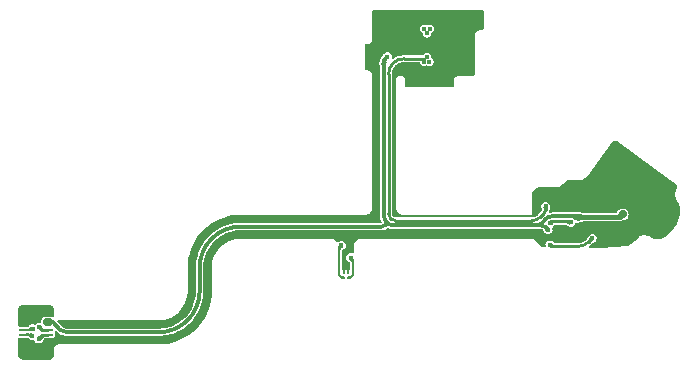
<source format=gbr>
%TF.GenerationSoftware,KiCad,Pcbnew,7.0.8*%
%TF.CreationDate,2024-02-20T09:55:18-08:00*%
%TF.ProjectId,adapter-encoder-pcb,61646170-7465-4722-9d65-6e636f646572,rev?*%
%TF.SameCoordinates,PX8db6561PY6e74585*%
%TF.FileFunction,Copper,L2,Bot*%
%TF.FilePolarity,Positive*%
%FSLAX46Y46*%
G04 Gerber Fmt 4.6, Leading zero omitted, Abs format (unit mm)*
G04 Created by KiCad (PCBNEW 7.0.8) date 2024-02-20 09:55:18*
%MOMM*%
%LPD*%
G01*
G04 APERTURE LIST*
G04 Aperture macros list*
%AMRoundRect*
0 Rectangle with rounded corners*
0 $1 Rounding radius*
0 $2 $3 $4 $5 $6 $7 $8 $9 X,Y pos of 4 corners*
0 Add a 4 corners polygon primitive as box body*
4,1,4,$2,$3,$4,$5,$6,$7,$8,$9,$2,$3,0*
0 Add four circle primitives for the rounded corners*
1,1,$1+$1,$2,$3*
1,1,$1+$1,$4,$5*
1,1,$1+$1,$6,$7*
1,1,$1+$1,$8,$9*
0 Add four rect primitives between the rounded corners*
20,1,$1+$1,$2,$3,$4,$5,0*
20,1,$1+$1,$4,$5,$6,$7,0*
20,1,$1+$1,$6,$7,$8,$9,0*
20,1,$1+$1,$8,$9,$2,$3,0*%
G04 Aperture macros list end*
%TA.AperFunction,ComponentPad*%
%ADD10C,0.400000*%
%TD*%
%TA.AperFunction,SMDPad,CuDef*%
%ADD11C,0.250000*%
%TD*%
%TA.AperFunction,SMDPad,CuDef*%
%ADD12RoundRect,0.160000X-0.255000X0.160000X-0.255000X-0.160000X0.255000X-0.160000X0.255000X0.160000X0*%
%TD*%
%TA.AperFunction,SMDPad,CuDef*%
%ADD13RoundRect,0.057500X-0.357500X0.057500X-0.357500X-0.057500X0.357500X-0.057500X0.357500X0.057500X0*%
%TD*%
%TA.AperFunction,SMDPad,CuDef*%
%ADD14RoundRect,0.095000X-0.155000X0.095000X-0.155000X-0.095000X0.155000X-0.095000X0.155000X0.095000X0*%
%TD*%
%TA.AperFunction,ViaPad*%
%ADD15C,0.450000*%
%TD*%
%TA.AperFunction,ViaPad*%
%ADD16C,0.700000*%
%TD*%
%TA.AperFunction,ViaPad*%
%ADD17C,0.609600*%
%TD*%
%TA.AperFunction,Conductor*%
%ADD18C,0.381000*%
%TD*%
%TA.AperFunction,Conductor*%
%ADD19C,0.304800*%
%TD*%
%TA.AperFunction,Conductor*%
%ADD20C,0.203200*%
%TD*%
%TA.AperFunction,Conductor*%
%ADD21C,0.250000*%
%TD*%
%TA.AperFunction,Conductor*%
%ADD22C,0.177800*%
%TD*%
%TA.AperFunction,Conductor*%
%ADD23C,0.254000*%
%TD*%
G04 APERTURE END LIST*
D10*
%TO.P,M1,1,1*%
%TO.N,/RX*%
X-17425167Y10411000D03*
X-17200000Y10801000D03*
X-16974833Y10411000D03*
%TD*%
%TO.P,M3,1,1*%
%TO.N,GND*%
X-16964833Y11940000D03*
X-17190000Y11550000D03*
X-17415167Y11940000D03*
%TD*%
%TO.P,M6,1,1*%
%TO.N,GND*%
X-505167Y-4270000D03*
X-280000Y-3880000D03*
X-54833Y-4270000D03*
%TD*%
%TO.P,M2,1,1*%
%TO.N,/3v3_FUSED*%
X-16964833Y13210000D03*
X-17190000Y12820000D03*
X-17415167Y13210000D03*
%TD*%
D11*
%TO.P,IC1,A1,GS*%
%TO.N,GND*%
X-23850000Y-7460500D03*
%TO.P,IC1,A2,GND*%
X-24250000Y-7460500D03*
%TO.P,IC1,B1,VOUT*%
%TO.N,/V_TEMP*%
X-23850000Y-7860500D03*
%TO.P,IC1,B2,VDD*%
%TO.N,/3v3*%
X-24250000Y-7860500D03*
%TD*%
D12*
%TO.P,U3,1,1*%
%TO.N,GND*%
X-51327000Y-13334100D03*
D13*
%TO.P,U3,2,2*%
%TO.N,/TX*%
X-51327000Y-12684100D03*
%TO.P,U3,3,3*%
X-51327000Y-12284100D03*
D12*
%TO.P,U3,4,4*%
%TO.N,GND*%
X-51327000Y-11634100D03*
%TO.P,U3,5,5*%
%TO.N,/3v3*%
X-49257000Y-11634100D03*
D13*
%TO.P,U3,6,6*%
%TO.N,/SWDIO*%
X-49257000Y-12284100D03*
%TO.P,U3,7,7*%
%TO.N,/SWCLK*%
X-49257000Y-12684100D03*
D12*
%TO.P,U3,8,8*%
%TO.N,GND*%
X-49257000Y-13334100D03*
D14*
%TO.P,U3,9,MNT*%
X-50292000Y-10749100D03*
X-50292000Y-14219100D03*
%TD*%
D15*
%TO.N,/3v3*%
X-24434800Y-5118100D03*
X-20840700Y10350000D03*
D16*
X-625000Y-2515000D03*
D15*
X-20550000Y10850000D03*
X-6934200Y-3810000D03*
D17*
X-4457700Y-2743200D03*
D15*
%TO.N,GND*%
X-19500000Y9800000D03*
X-2810000Y440000D03*
X-19590000Y14010000D03*
X-2540000Y-1570000D03*
X-47550000Y-11850000D03*
X-29410000Y-2920000D03*
X-14721696Y12100996D03*
X-16470000Y9250000D03*
X-2280000Y200000D03*
X-2050000Y-4100000D03*
X-14220000Y10370000D03*
X-45140000Y-11860000D03*
X-14480000Y13870000D03*
X-28470000Y-2960000D03*
X-51280000Y-14300000D03*
X-51140000Y-10620000D03*
X-30240000Y-2920000D03*
X-7962900Y-1155700D03*
X-49310000Y-10650000D03*
X-49370000Y-14380000D03*
X-19830000Y12820000D03*
X-7632700Y-596900D03*
X952500Y965200D03*
X-1680000Y1140000D03*
X-45950000Y-11860000D03*
X-6410000Y-4521200D03*
X-46670000Y-11850000D03*
%TO.N,/V_TEMP*%
X-6770000Y-5090000D03*
X-3200000Y-4540000D03*
X-23650000Y-6160000D03*
%TO.N,/TX*%
X-50580000Y-12170000D03*
X-50590000Y-12790000D03*
X-6756400Y-3238500D03*
X-5020000Y-3190000D03*
%TO.N,/RX*%
X-7137400Y-1828800D03*
%TO.N,/SWDIO*%
X-50010000Y-12040000D03*
%TO.N,/SWCLK*%
X-50060000Y-13050000D03*
%TD*%
D18*
%TO.N,/3v3*%
X-853200Y-2743200D02*
X-625000Y-2515000D01*
D19*
X-48263326Y-12256674D02*
X-48885900Y-11634100D01*
X-8400000Y-3441700D02*
X-20096880Y-3441700D01*
X-20840700Y10350000D02*
X-20840700Y-2697880D01*
D20*
X-24622200Y-7620000D02*
X-24381700Y-7860500D01*
D19*
X-20691910Y-3057090D02*
X-20497800Y-3251200D01*
X-4457700Y-2743200D02*
X-4553400Y-2647500D01*
X-4553400Y-2647500D02*
X-6496659Y-2647500D01*
X-32969200Y-3543300D02*
X-21038420Y-3543300D01*
X-20840700Y10559300D02*
X-20550000Y10850000D01*
X-47630000Y-12479859D02*
X-47724510Y-12479859D01*
D20*
X-24622200Y-5305500D02*
X-24622200Y-7620000D01*
X-24434800Y-5118100D02*
X-24622200Y-5305500D01*
D19*
X-20535900Y-3251200D02*
X-20497800Y-3251200D01*
X-8400000Y-3441700D02*
X-7512920Y-3441700D01*
X-7153710Y-3590490D02*
X-6934200Y-3810000D01*
X-36432059Y-7006159D02*
X-36436300Y-7010400D01*
X-48885900Y-11634100D02*
X-49165000Y-11634100D01*
X-36436300Y-7010400D02*
X-36436300Y-9017000D01*
D18*
X-4457700Y-2743200D02*
X-853200Y-2743200D01*
D19*
X-39899159Y-12479859D02*
X-47630000Y-12479859D01*
X-20679210Y-3394510D02*
X-20535900Y-3251200D01*
X-20840700Y10350000D02*
X-20840700Y10559300D01*
X-6970000Y-3770000D02*
X-7075116Y-3664884D01*
X-7922120Y-3441700D02*
X-8400000Y-3441700D01*
X-20456090Y-3292910D02*
X-20497800Y-3251200D01*
X-7215079Y-2945079D02*
X-7562910Y-3292910D01*
D20*
X-24381700Y-7860500D02*
X-24250000Y-7860500D01*
D19*
X-48263297Y-12256645D02*
G75*
G03*
X-47724510Y-12479859I538832J538754D01*
G01*
X-32969200Y-3543273D02*
G75*
G03*
X-35411829Y-4555070I35J-3454418D01*
G01*
X-37448083Y-11459618D02*
G75*
G03*
X-36436300Y-9017000I-2442582J2442627D01*
G01*
X-39899159Y-12479901D02*
G75*
G03*
X-37456530Y-11468089I-6J3454310D01*
G01*
X-7153734Y-3590514D02*
G75*
G03*
X-7512920Y-3441700I-359231J-359177D01*
G01*
X-20456085Y-3292905D02*
G75*
G03*
X-20096880Y-3441700I359220J359214D01*
G01*
X-20840681Y-2697880D02*
G75*
G03*
X-20691910Y-3057090I508016J-11D01*
G01*
X-7922120Y-3441728D02*
G75*
G03*
X-7562911Y-3292909I-45J508037D01*
G01*
X-35420271Y-4563546D02*
G75*
G03*
X-36432059Y-7006159I2442606J-2442645D01*
G01*
X-6496659Y-2647502D02*
G75*
G03*
X-7215079Y-2945079I-6J-1015989D01*
G01*
X-21038420Y-3543328D02*
G75*
G03*
X-20679211Y-3394509I-45J508037D01*
G01*
D20*
%TO.N,GND*%
X-24250000Y-7460500D02*
X-24250000Y-6985000D01*
X-23850000Y-7460500D02*
X-23849428Y-7459928D01*
X-23849428Y-7459928D02*
X-23849428Y-6985000D01*
D21*
%TO.N,/V_TEMP*%
X-3503025Y-4843025D02*
X-3200000Y-4540000D01*
D22*
X-23488900Y-7638900D02*
X-23710500Y-7860500D01*
D21*
X-6770000Y-5090000D02*
X-6645000Y-5215000D01*
X-6645000Y-5215000D02*
X-4401051Y-5215000D01*
D22*
X-23488900Y-6321100D02*
X-23488900Y-7638900D01*
X-23650000Y-6160000D02*
X-23488900Y-6321100D01*
X-23710500Y-7860500D02*
X-23850000Y-7860500D01*
D21*
X-4401051Y-5215007D02*
G75*
G03*
X-3503025Y-4843025I-14J1270016D01*
G01*
D23*
%TO.N,/TX*%
X-5110000Y-3100000D02*
X-5020000Y-3190000D01*
X-6756400Y-3238500D02*
X-6617900Y-3100000D01*
D22*
X-50694100Y-12284100D02*
X-50580000Y-12170000D01*
X-51327000Y-12284100D02*
X-50694100Y-12284100D01*
D23*
X-6617900Y-3100000D02*
X-5110000Y-3100000D01*
D22*
X-50695900Y-12684100D02*
X-50590000Y-12790000D01*
X-51327000Y-12684100D02*
X-50695900Y-12684100D01*
D23*
%TO.N,/RX*%
X-8300877Y-3035300D02*
X-19880980Y-3035300D01*
X-19153949Y10670000D02*
X-17415167Y10670000D01*
X-7265299Y-2420563D02*
X-7582457Y-2737721D01*
X-20240190Y-2886510D02*
X-20285510Y-2841190D01*
X-7116509Y-1836991D02*
X-7116509Y-2061353D01*
X-20434300Y-2481980D02*
X-20434300Y9389649D01*
X-20062325Y10287675D02*
X-20051974Y10298026D01*
X-20062312Y10287662D02*
G75*
G03*
X-20434300Y9389649I898047J-898053D01*
G01*
X-20434281Y-2481980D02*
G75*
G03*
X-20285510Y-2841190I508016J-11D01*
G01*
X-7265289Y-2420573D02*
G75*
G03*
X-7116509Y-2061353I-359176J359182D01*
G01*
X-19153949Y10669991D02*
G75*
G03*
X-20051974Y10298026I-16J-1269982D01*
G01*
X-8300877Y-3035288D02*
G75*
G03*
X-7582458Y-2737720I12J1015997D01*
G01*
X-20240185Y-2886505D02*
G75*
G03*
X-19880980Y-3035300I359220J359214D01*
G01*
%TO.N,/SWDIO*%
X-49765900Y-12284100D02*
X-49257000Y-12284100D01*
X-50010000Y-12040000D02*
X-49765900Y-12284100D01*
D21*
%TO.N,/SWCLK*%
X-50060000Y-13050000D02*
X-49694100Y-12684100D01*
X-49694100Y-12684100D02*
X-49257000Y-12684100D01*
%TD*%
%TA.AperFunction,Conductor*%
%TO.N,GND*%
G36*
X-12568304Y14822044D02*
G01*
X-12548765Y14818947D01*
X-12522849Y14814839D01*
X-12492922Y14805112D01*
X-12459046Y14787846D01*
X-12433590Y14769348D01*
X-12406707Y14742462D01*
X-12388210Y14717000D01*
X-12388202Y14716985D01*
X-12370953Y14683127D01*
X-12361230Y14653199D01*
X-12353983Y14607446D01*
X-12352744Y14591708D01*
X-12352744Y13311730D01*
X-12353982Y13295994D01*
X-12361185Y13250512D01*
X-12370909Y13220582D01*
X-12388173Y13186694D01*
X-12406669Y13161232D01*
X-12433557Y13134339D01*
X-12459018Y13115837D01*
X-12492903Y13098567D01*
X-12522832Y13088838D01*
X-12567975Y13081681D01*
X-12583727Y13080440D01*
X-12717209Y13080440D01*
X-12717265Y13080458D01*
X-12808473Y13080453D01*
X-12808477Y13080452D01*
X-12903135Y13055082D01*
X-12904262Y13054780D01*
X-12990141Y13005193D01*
X-12990142Y13005193D01*
X-12990142Y13005192D01*
X-13060260Y12935072D01*
X-13109843Y12849190D01*
X-13135511Y12753399D01*
X-13135511Y9422334D01*
X-13136749Y9406597D01*
X-13143951Y9361124D01*
X-13153678Y9331189D01*
X-13170935Y9297321D01*
X-13189439Y9271854D01*
X-13216324Y9244972D01*
X-13241786Y9226475D01*
X-13275657Y9209218D01*
X-13305595Y9199492D01*
X-13327937Y9195955D01*
X-13351170Y9192276D01*
X-13366906Y9191039D01*
X-13398658Y9191041D01*
X-13398678Y9191038D01*
X-14662808Y9191038D01*
X-14662997Y9191023D01*
X-14684761Y9191023D01*
X-14768098Y9163951D01*
X-14768101Y9163950D01*
X-14838987Y9112452D01*
X-14838990Y9112449D01*
X-14890495Y9041564D01*
X-14890496Y9041563D01*
X-14917576Y8958230D01*
X-14917577Y8942798D01*
X-14917577Y8423815D01*
X-14917580Y8423795D01*
X-14917578Y8393928D01*
X-14919511Y8374296D01*
X-14923059Y8356458D01*
X-14938085Y8320185D01*
X-14942580Y8313459D01*
X-14970358Y8285693D01*
X-14977081Y8281204D01*
X-15013353Y8266194D01*
X-15031561Y8262579D01*
X-15051195Y8260653D01*
X-15081774Y8260666D01*
X-15081886Y8260648D01*
X-18945519Y8260648D01*
X-18965202Y8262593D01*
X-18983057Y8266156D01*
X-19019280Y8281178D01*
X-19026053Y8285706D01*
X-19053791Y8313453D01*
X-19058316Y8320226D01*
X-19073329Y8356460D01*
X-19076950Y8374640D01*
X-19078888Y8394291D01*
X-19078888Y8982114D01*
X-19078940Y8982697D01*
X-19078929Y9003776D01*
X-19105978Y9087131D01*
X-19157471Y9158041D01*
X-19165603Y9163950D01*
X-19202858Y9191022D01*
X-19228365Y9209557D01*
X-19228367Y9209558D01*
X-19257567Y9219043D01*
X-19311713Y9236631D01*
X-19311715Y9236631D01*
X-19355530Y9236624D01*
X-19531984Y9236624D01*
X-19532557Y9236575D01*
X-19553785Y9236581D01*
X-19553792Y9236580D01*
X-19637130Y9209525D01*
X-19662584Y9191038D01*
X-19708031Y9158031D01*
X-19708032Y9158030D01*
X-19708033Y9158029D01*
X-19759540Y9087153D01*
X-19759546Y9087141D01*
X-19786624Y9003815D01*
X-19786624Y-1972214D01*
X-19786598Y-1972509D01*
X-19786598Y-2014969D01*
X-19757684Y-2141646D01*
X-19757683Y-2141648D01*
X-19757682Y-2141651D01*
X-19701308Y-2258714D01*
X-19670745Y-2297039D01*
X-19620297Y-2360302D01*
X-19570771Y-2399800D01*
X-19527457Y-2434345D01*
X-19518713Y-2441318D01*
X-19401648Y-2497700D01*
X-19274973Y-2526620D01*
X-19252789Y-2526621D01*
X-19252772Y-2526624D01*
X-19210005Y-2526624D01*
X-19185109Y-2526626D01*
X-19185108Y-2526625D01*
X-19170230Y-2526626D01*
X-19170209Y-2526624D01*
X-8403825Y-2526624D01*
X-8386355Y-2528152D01*
X-8374163Y-2530301D01*
X-8374160Y-2530303D01*
X-8364851Y-2528661D01*
X-8361960Y-2528152D01*
X-8348449Y-2526970D01*
X-8344520Y-2526277D01*
X-8331425Y-2522767D01*
X-8319229Y-2520617D01*
X-8319228Y-2520615D01*
X-8313047Y-2517046D01*
X-8307588Y-2512466D01*
X-8307588Y-2512465D01*
X-8307586Y-2512465D01*
X-8301392Y-2501735D01*
X-8291343Y-2487381D01*
X-8283376Y-2477889D01*
X-8283376Y-2477882D01*
X-8280934Y-2471174D01*
X-8279697Y-2464161D01*
X-8281848Y-2451960D01*
X-8283376Y-2434492D01*
X-8283376Y-730403D01*
X-8264163Y-671272D01*
X-8255956Y-661373D01*
X-7919909Y-305164D01*
X-7856726Y-238190D01*
X-7802173Y-208363D01*
X-7783550Y-206624D01*
X-6053106Y-206624D01*
X-6050647Y-206684D01*
X-6049777Y-206726D01*
X-6025888Y-207895D01*
X-6025027Y-207241D01*
X-5998603Y-192834D01*
X-5997586Y-192465D01*
X-5997585Y-192462D01*
X-5989643Y-185800D01*
X-5975209Y-169427D01*
X-5221181Y402907D01*
X-5162465Y423354D01*
X-5160359Y423376D01*
X-4034803Y423376D01*
X-4031010Y423233D01*
X-4028539Y423047D01*
X-4007967Y421491D01*
X-4005135Y423526D01*
X-3980867Y436342D01*
X-3977586Y437535D01*
X-3977585Y437537D01*
X-3965386Y447773D01*
X-3954288Y460032D01*
X-3623686Y697387D01*
X-3602519Y707045D01*
X-3595140Y711908D01*
X-3595138Y711908D01*
X-3588861Y720355D01*
X-3584459Y725512D01*
X-3584343Y725633D01*
X-3584336Y725637D01*
X-3580129Y731799D01*
X-3577583Y735527D01*
X-2765076Y1828721D01*
X-1399450Y3666111D01*
X-1370472Y3692361D01*
X-1339280Y3711075D01*
X-1291715Y3725322D01*
X-1158590Y3730869D01*
X-1098710Y3714134D01*
X-1095155Y3711659D01*
X3406006Y431605D01*
X3874202Y90425D01*
X3902300Y59033D01*
X3954765Y-32781D01*
X3962855Y-50873D01*
X3982332Y-109302D01*
X3984596Y-116093D01*
X3988981Y-160384D01*
X3975604Y-267401D01*
X3972655Y-282048D01*
X3843712Y-742558D01*
X3830750Y-770923D01*
X3830705Y-770990D01*
X3833706Y-797255D01*
X3836484Y-833707D01*
X3838851Y-842280D01*
X3870700Y-1120952D01*
X3869373Y-1152182D01*
X3869377Y-1152208D01*
X3882062Y-1175464D01*
X3898506Y-1208417D01*
X3903768Y-1215257D01*
X4112358Y-1597673D01*
X4121360Y-1620357D01*
X4220589Y-1999231D01*
X4223847Y-2022533D01*
X4232799Y-2434345D01*
X4228787Y-2464741D01*
X3985411Y-3297835D01*
X3969471Y-3329792D01*
X3500266Y-3958526D01*
X3485237Y-3974632D01*
X3017946Y-4376502D01*
X2995683Y-4391018D01*
X2613206Y-4573565D01*
X2569874Y-4583376D01*
X2076795Y-4583376D01*
X2036747Y-4575061D01*
X2032972Y-4573423D01*
X1894503Y-4513332D01*
X1579076Y-4376448D01*
X1559662Y-4365112D01*
X1559189Y-4364966D01*
X1539269Y-4358836D01*
X1534040Y-4356904D01*
X1531220Y-4355680D01*
X1528109Y-4354330D01*
X1519555Y-4352283D01*
X1519653Y-4351870D01*
X1512274Y-4350530D01*
X1292148Y-4282799D01*
X1270960Y-4273495D01*
X1264597Y-4269775D01*
X1264596Y-4269775D01*
X1256713Y-4271120D01*
X1244531Y-4273200D01*
X1238606Y-4273853D01*
X1236700Y-4273950D01*
X1218273Y-4274882D01*
X1217870Y-4275053D01*
X1195662Y-4281544D01*
X827522Y-4344397D01*
X800432Y-4348702D01*
X798542Y-4349751D01*
X779219Y-4365599D01*
X774773Y-4370839D01*
X760964Y-4394150D01*
X467794Y-4731738D01*
X447641Y-4749480D01*
X-184439Y-5170867D01*
X-231926Y-5187419D01*
X-2351102Y-5363204D01*
X-2355262Y-5363376D01*
X-3410452Y-5363376D01*
X-3469583Y-5344163D01*
X-3506128Y-5293863D01*
X-3506128Y-5231689D01*
X-3471694Y-5182965D01*
X-3455928Y-5170867D01*
X-3378259Y-5111269D01*
X-3328247Y-5061255D01*
X-3309829Y-5046710D01*
X-3300422Y-5040924D01*
X-3250617Y-4994723D01*
X-3247384Y-4991969D01*
X-3219137Y-4969905D01*
X-3207324Y-4961960D01*
X-3185528Y-4949447D01*
X-3180667Y-4946998D01*
X-3134507Y-4926808D01*
X-3065096Y-4898497D01*
X-3047001Y-4886529D01*
X-3042101Y-4883673D01*
X-2975107Y-4849539D01*
X-2890461Y-4764893D01*
X-2836115Y-4658233D01*
X-2817389Y-4540000D01*
X-2819613Y-4525960D01*
X-2829468Y-4463736D01*
X-2836115Y-4421767D01*
X-2890461Y-4315107D01*
X-2975107Y-4230461D01*
X-2975108Y-4230460D01*
X-3081767Y-4176115D01*
X-3081770Y-4176114D01*
X-3199997Y-4157389D01*
X-3200003Y-4157389D01*
X-3318231Y-4176114D01*
X-3318234Y-4176115D01*
X-3424893Y-4230460D01*
X-3509539Y-4315106D01*
X-3544327Y-4383380D01*
X-3546967Y-4387952D01*
X-3558893Y-4406304D01*
X-3586757Y-4476100D01*
X-3606260Y-4523423D01*
X-3608617Y-4528363D01*
X-3619067Y-4547506D01*
X-3628127Y-4561282D01*
X-3646283Y-4584494D01*
X-3649931Y-4588663D01*
X-3694820Y-4634596D01*
X-3694828Y-4634606D01*
X-3699059Y-4640998D01*
X-3717605Y-4661957D01*
X-3811889Y-4742484D01*
X-3824661Y-4751764D01*
X-3943897Y-4824832D01*
X-3957961Y-4831998D01*
X-4087165Y-4885518D01*
X-4102179Y-4890396D01*
X-4238154Y-4923042D01*
X-4253745Y-4925512D01*
X-4398997Y-4936945D01*
X-4402945Y-4937100D01*
X-6317333Y-4937100D01*
X-6343129Y-4933736D01*
X-6347606Y-4932548D01*
X-6359079Y-4930683D01*
X-6414361Y-4902230D01*
X-6420587Y-4895344D01*
X-6429269Y-4884803D01*
X-6430727Y-4883138D01*
X-6432689Y-4880897D01*
X-6483552Y-4826339D01*
X-6488224Y-4821327D01*
X-6491869Y-4817928D01*
X-6496305Y-4813791D01*
X-6507428Y-4804786D01*
X-6507425Y-4804788D01*
X-6507430Y-4804784D01*
X-6507433Y-4804782D01*
X-6516495Y-4798440D01*
X-6516503Y-4798435D01*
X-6516506Y-4798433D01*
X-6516507Y-4798432D01*
X-6536824Y-4786239D01*
X-6540508Y-4783802D01*
X-6545109Y-4780459D01*
X-6552473Y-4776707D01*
X-6555521Y-4775018D01*
X-6593487Y-4752233D01*
X-6598452Y-4749491D01*
X-6602480Y-4747451D01*
X-6605010Y-4746842D01*
X-6627113Y-4738677D01*
X-6651768Y-4726114D01*
X-6769997Y-4707389D01*
X-6770003Y-4707389D01*
X-6888231Y-4726114D01*
X-6888234Y-4726115D01*
X-6994893Y-4780460D01*
X-7079540Y-4865107D01*
X-7133885Y-4971766D01*
X-7133886Y-4971769D01*
X-7152611Y-5089997D01*
X-7152611Y-5090000D01*
X-7150973Y-5100340D01*
X-7139551Y-5172461D01*
X-7149278Y-5233869D01*
X-7193242Y-5277833D01*
X-7254651Y-5287558D01*
X-7266309Y-5284995D01*
X-7464720Y-5228841D01*
X-7508459Y-5203178D01*
X-8085885Y-4625752D01*
X-8097082Y-4611159D01*
X-8116503Y-4594863D01*
X-8119740Y-4591897D01*
X-8125375Y-4586262D01*
X-8131912Y-4581684D01*
X-8135379Y-4579025D01*
X-8142111Y-4573376D01*
X-8142112Y-4573375D01*
X-8152203Y-4569703D01*
X-8162893Y-4568768D01*
X-8162894Y-4568768D01*
X-8167297Y-4569948D01*
X-8193335Y-4573376D01*
X-22758292Y-4573376D01*
X-22758437Y-4573329D01*
X-22864972Y-4573335D01*
X-22864984Y-4573336D01*
X-22991662Y-4602258D01*
X-23108732Y-4658644D01*
X-23210324Y-4739669D01*
X-23291338Y-4841266D01*
X-23347715Y-4958343D01*
X-23376625Y-5085024D01*
X-23376626Y-5085034D01*
X-23376624Y-5136488D01*
X-23376624Y-5710999D01*
X-23395837Y-5770130D01*
X-23446137Y-5806675D01*
X-23508311Y-5806675D01*
X-23522892Y-5800636D01*
X-23531765Y-5796115D01*
X-23531770Y-5796114D01*
X-23649997Y-5777389D01*
X-23650003Y-5777389D01*
X-23768231Y-5796114D01*
X-23768234Y-5796115D01*
X-23874893Y-5850460D01*
X-23959540Y-5935107D01*
X-24013885Y-6041766D01*
X-24013886Y-6041769D01*
X-24032611Y-6159997D01*
X-24032611Y-6160002D01*
X-24013886Y-6278230D01*
X-24013885Y-6278233D01*
X-23959540Y-6384892D01*
X-23914274Y-6430158D01*
X-23912157Y-6432409D01*
X-23894095Y-6452838D01*
X-23894092Y-6452841D01*
X-23886339Y-6458741D01*
X-23881225Y-6463207D01*
X-23874893Y-6469539D01*
X-23874637Y-6469669D01*
X-23859401Y-6479240D01*
X-23834685Y-6498048D01*
X-23830489Y-6500916D01*
X-23828053Y-6502582D01*
X-23828052Y-6502582D01*
X-23828051Y-6502583D01*
X-23825669Y-6504039D01*
X-23819186Y-6508004D01*
X-23819189Y-6508002D01*
X-23815763Y-6509864D01*
X-23812142Y-6511833D01*
X-23787789Y-6523514D01*
X-23742785Y-6566411D01*
X-23730700Y-6614218D01*
X-23730700Y-7129400D01*
X-23749913Y-7188531D01*
X-23800213Y-7225076D01*
X-23831300Y-7230000D01*
X-24267100Y-7230000D01*
X-24326231Y-7210787D01*
X-24362776Y-7160487D01*
X-24367700Y-7129400D01*
X-24367700Y-5575236D01*
X-24348487Y-5516105D01*
X-24305347Y-5482190D01*
X-24289177Y-5475544D01*
X-24282159Y-5472660D01*
X-24282160Y-5472660D01*
X-24273648Y-5468551D01*
X-24273649Y-5468551D01*
X-24273647Y-5468550D01*
X-24262944Y-5462567D01*
X-24262943Y-5462566D01*
X-24262937Y-5462563D01*
X-24262936Y-5462563D01*
X-24254970Y-5457459D01*
X-24254971Y-5457460D01*
X-24230117Y-5439351D01*
X-24216543Y-5431020D01*
X-24216395Y-5430944D01*
X-24209907Y-5427639D01*
X-24204362Y-5422093D01*
X-24192458Y-5411913D01*
X-24191304Y-5411073D01*
X-24186571Y-5407340D01*
X-24182920Y-5404227D01*
X-24177879Y-5397317D01*
X-24167745Y-5385476D01*
X-24125262Y-5342994D01*
X-24125261Y-5342993D01*
X-24070915Y-5236333D01*
X-24052189Y-5118100D01*
X-24053271Y-5111269D01*
X-24064493Y-5040415D01*
X-24070915Y-4999867D01*
X-24125261Y-4893207D01*
X-24209907Y-4808561D01*
X-24209908Y-4808560D01*
X-24316567Y-4754215D01*
X-24316570Y-4754214D01*
X-24434797Y-4735489D01*
X-24434803Y-4735489D01*
X-24553031Y-4754214D01*
X-24553034Y-4754215D01*
X-24659696Y-4808561D01*
X-24677473Y-4826339D01*
X-24732871Y-4854565D01*
X-24794279Y-4844837D01*
X-24827257Y-4817928D01*
X-24878070Y-4754214D01*
X-24889667Y-4739672D01*
X-24889669Y-4739671D01*
X-24889669Y-4739670D01*
X-24889672Y-4739667D01*
X-24991263Y-4658657D01*
X-24991262Y-4658657D01*
X-25108346Y-4602279D01*
X-25235032Y-4573371D01*
X-25235033Y-4573371D01*
X-25300005Y-4573376D01*
X-32980074Y-4573376D01*
X-32980634Y-4573423D01*
X-33106350Y-4573423D01*
X-33271330Y-4593453D01*
X-33400424Y-4609126D01*
X-33400426Y-4609126D01*
X-33400431Y-4609127D01*
X-33400436Y-4609128D01*
X-33688043Y-4680013D01*
X-33688060Y-4680018D01*
X-33965035Y-4785057D01*
X-34227346Y-4922723D01*
X-34471150Y-5091007D01*
X-34692878Y-5287437D01*
X-34692885Y-5287444D01*
X-34889322Y-5509170D01*
X-35057604Y-5752965D01*
X-35057608Y-5752971D01*
X-35108775Y-5850461D01*
X-35195276Y-6015271D01*
X-35195278Y-6015275D01*
X-35195278Y-6015276D01*
X-35300321Y-6292243D01*
X-35300325Y-6292255D01*
X-35371222Y-6579886D01*
X-35371223Y-6579893D01*
X-35406929Y-6873943D01*
X-35406931Y-6873964D01*
X-35406931Y-9039807D01*
X-35406992Y-9042271D01*
X-35420011Y-9305391D01*
X-35426129Y-9429051D01*
X-35426535Y-9433405D01*
X-35479054Y-9816131D01*
X-35479837Y-9820434D01*
X-35565388Y-10197153D01*
X-35566541Y-10201370D01*
X-35680995Y-10558377D01*
X-35684475Y-10569231D01*
X-35685990Y-10573333D01*
X-35835422Y-10929573D01*
X-35837287Y-10933529D01*
X-36017089Y-11275452D01*
X-36019291Y-11279231D01*
X-36228097Y-11604247D01*
X-36230618Y-11607820D01*
X-36466851Y-11913473D01*
X-36469665Y-11916804D01*
X-36651037Y-12113488D01*
X-36731554Y-12200802D01*
X-36734656Y-12203885D01*
X-37020218Y-12464075D01*
X-37023576Y-12466878D01*
X-37330635Y-12701279D01*
X-37334223Y-12703779D01*
X-37660485Y-12910641D01*
X-37664277Y-12912820D01*
X-38007259Y-13090568D01*
X-38011226Y-13092410D01*
X-38368357Y-13239712D01*
X-38372469Y-13241202D01*
X-38741022Y-13356933D01*
X-38745248Y-13358061D01*
X-39122481Y-13441361D01*
X-39126788Y-13442118D01*
X-39509815Y-13492347D01*
X-39514172Y-13492727D01*
X-39903130Y-13509642D01*
X-48403960Y-13509642D01*
X-48404190Y-13509662D01*
X-48431357Y-13509662D01*
X-48527129Y-13535324D01*
X-48527134Y-13535326D01*
X-48613013Y-13584907D01*
X-48683135Y-13655023D01*
X-48732719Y-13740896D01*
X-48732719Y-13740897D01*
X-48758390Y-13836679D01*
X-48758390Y-13836681D01*
X-48758391Y-13843484D01*
X-48758394Y-13843508D01*
X-48758394Y-13886260D01*
X-48758398Y-13931151D01*
X-48758394Y-13931170D01*
X-48758394Y-14377944D01*
X-48758824Y-14384506D01*
X-48765830Y-14437751D01*
X-48771727Y-14482563D01*
X-48778520Y-14507924D01*
X-48810604Y-14585410D01*
X-48823736Y-14608160D01*
X-48874777Y-14674687D01*
X-48893352Y-14693264D01*
X-48959882Y-14744312D01*
X-48982633Y-14757445D01*
X-49008434Y-14768129D01*
X-49060106Y-14789526D01*
X-49085479Y-14796320D01*
X-49183521Y-14809212D01*
X-49190086Y-14809642D01*
X-51373465Y-14809642D01*
X-51380019Y-14809213D01*
X-51432888Y-14802264D01*
X-51478045Y-14796329D01*
X-51503435Y-14789528D01*
X-51580899Y-14757439D01*
X-51603643Y-14744307D01*
X-51670159Y-14693264D01*
X-51670177Y-14693250D01*
X-51688744Y-14674682D01*
X-51739798Y-14608143D01*
X-51752928Y-14585399D01*
X-51785018Y-14507920D01*
X-51791814Y-14482555D01*
X-51804717Y-14384508D01*
X-51805146Y-14377944D01*
X-51805146Y-13052600D01*
X-51785933Y-12993469D01*
X-51735633Y-12956924D01*
X-51704546Y-12952000D01*
X-51009343Y-12952000D01*
X-50991987Y-12953509D01*
X-50984799Y-12954768D01*
X-50929869Y-12983894D01*
X-50925516Y-12988691D01*
X-50922667Y-12992042D01*
X-50873571Y-13046803D01*
X-50871802Y-13048679D01*
X-50859630Y-13057102D01*
X-50845741Y-13068691D01*
X-50814893Y-13099539D01*
X-50708233Y-13153885D01*
X-50660940Y-13161375D01*
X-50590003Y-13172611D01*
X-50590000Y-13172611D01*
X-50589997Y-13172611D01*
X-50506416Y-13159373D01*
X-50445008Y-13169099D01*
X-50401044Y-13213062D01*
X-50369540Y-13274892D01*
X-50369539Y-13274893D01*
X-50284893Y-13359539D01*
X-50178233Y-13413885D01*
X-50130940Y-13421375D01*
X-50060003Y-13432611D01*
X-50060000Y-13432611D01*
X-50059997Y-13432611D01*
X-50000884Y-13423248D01*
X-49941767Y-13413885D01*
X-49835107Y-13359539D01*
X-49750461Y-13274893D01*
X-49716542Y-13208319D01*
X-49713657Y-13203377D01*
X-49701594Y-13185183D01*
X-49671537Y-13111875D01*
X-49650098Y-13063874D01*
X-49647413Y-13058694D01*
X-49633720Y-13035659D01*
X-49625341Y-13023653D01*
X-49605444Y-12999162D01*
X-49553245Y-12965386D01*
X-49527366Y-12962000D01*
X-49231246Y-12962000D01*
X-49197316Y-12955657D01*
X-49186916Y-12953712D01*
X-49168430Y-12952000D01*
X-48878779Y-12952000D01*
X-48878778Y-12952000D01*
X-48817406Y-12939792D01*
X-48747810Y-12893290D01*
X-48701308Y-12823694D01*
X-48689100Y-12762322D01*
X-48689100Y-12605878D01*
X-48701308Y-12544506D01*
X-48704327Y-12539987D01*
X-48721202Y-12480151D01*
X-48704329Y-12428214D01*
X-48701308Y-12423694D01*
X-48701308Y-12423692D01*
X-48700022Y-12421768D01*
X-48651198Y-12383274D01*
X-48589071Y-12380831D01*
X-48545239Y-12406520D01*
X-48457849Y-12493910D01*
X-48457223Y-12494481D01*
X-48419801Y-12531908D01*
X-48283898Y-12630662D01*
X-48134219Y-12706940D01*
X-48134215Y-12706941D01*
X-48134213Y-12706942D01*
X-47974452Y-12758863D01*
X-47974447Y-12758864D01*
X-47808527Y-12785154D01*
X-47808525Y-12785154D01*
X-47792153Y-12785154D01*
X-47792115Y-12785159D01*
X-47724528Y-12785159D01*
X-47676173Y-12785162D01*
X-47676172Y-12785161D01*
X-47668094Y-12785162D01*
X-47668043Y-12785159D01*
X-39947513Y-12785159D01*
X-39940870Y-12785159D01*
X-39940741Y-12785201D01*
X-39899158Y-12785201D01*
X-39735010Y-12785201D01*
X-39735005Y-12785201D01*
X-39433994Y-12758864D01*
X-39407946Y-12756585D01*
X-39319874Y-12741054D01*
X-39084628Y-12699573D01*
X-38980859Y-12671767D01*
X-38767516Y-12614600D01*
X-38767516Y-12614599D01*
X-38767508Y-12614597D01*
X-38540324Y-12531906D01*
X-38459001Y-12502306D01*
X-38228665Y-12394893D01*
X-38161457Y-12363552D01*
X-38161456Y-12363550D01*
X-38161451Y-12363549D01*
X-38161450Y-12363549D01*
X-37877142Y-12199396D01*
X-37608202Y-12011074D01*
X-37608203Y-12011074D01*
X-37385239Y-11823975D01*
X-37356716Y-11800040D01*
X-37266381Y-11709700D01*
X-37232193Y-11675512D01*
X-37232194Y-11675511D01*
X-37202740Y-11646058D01*
X-37202728Y-11646045D01*
X-37200787Y-11644103D01*
X-37200669Y-11643963D01*
X-37135930Y-11579227D01*
X-37116132Y-11559430D01*
X-37116133Y-11559430D01*
X-37116131Y-11559428D01*
X-37010615Y-11433681D01*
X-36905097Y-11307933D01*
X-36716787Y-11039002D01*
X-36716788Y-11039002D01*
X-36552636Y-10754687D01*
X-36482326Y-10603910D01*
X-36413887Y-10457145D01*
X-36301598Y-10148642D01*
X-36243940Y-9933458D01*
X-36216626Y-9831523D01*
X-36159615Y-9508207D01*
X-36131000Y-9181153D01*
X-36131000Y-9017001D01*
X-36130999Y-8968646D01*
X-36131000Y-8968642D01*
X-36131000Y-7083502D01*
X-36127656Y-7062390D01*
X-36127998Y-7062336D01*
X-36126759Y-7054515D01*
X-36126759Y-7053249D01*
X-36124087Y-7030216D01*
X-36123595Y-7028125D01*
X-36121802Y-7020502D01*
X-36124682Y-6999861D01*
X-36125525Y-6981037D01*
X-36111713Y-6699946D01*
X-36111229Y-6695048D01*
X-36066606Y-6394233D01*
X-36065645Y-6389409D01*
X-35991750Y-6094417D01*
X-35990323Y-6089714D01*
X-35887868Y-5803377D01*
X-35885987Y-5798836D01*
X-35755955Y-5523913D01*
X-35753647Y-5519596D01*
X-35597292Y-5258736D01*
X-35594554Y-5254641D01*
X-35413390Y-5010373D01*
X-35410291Y-5006597D01*
X-35204869Y-4779952D01*
X-35203203Y-4778202D01*
X-35196810Y-4771811D01*
X-35195053Y-4770137D01*
X-34968776Y-4565048D01*
X-34965000Y-4561949D01*
X-34720719Y-4380774D01*
X-34716635Y-4378045D01*
X-34455774Y-4221689D01*
X-34451457Y-4219381D01*
X-34176532Y-4089348D01*
X-34171991Y-4087467D01*
X-33885652Y-3985011D01*
X-33880949Y-3983584D01*
X-33585947Y-3909686D01*
X-33581131Y-3908727D01*
X-33280308Y-3864102D01*
X-33275415Y-3863619D01*
X-33093980Y-3854704D01*
X-32970976Y-3848661D01*
X-32968507Y-3848600D01*
X-32920842Y-3848600D01*
X-21094887Y-3848600D01*
X-21094813Y-3848605D01*
X-21086750Y-3848604D01*
X-21086748Y-3848605D01*
X-21080098Y-3848604D01*
X-21080015Y-3848630D01*
X-21038393Y-3848627D01*
X-21038393Y-3848628D01*
X-20974385Y-3848623D01*
X-20847947Y-3828586D01*
X-20726200Y-3789018D01*
X-20726197Y-3789015D01*
X-20726193Y-3789015D01*
X-20612150Y-3730898D01*
X-20612147Y-3730895D01*
X-20612141Y-3730893D01*
X-20543140Y-3680754D01*
X-20484011Y-3661538D01*
X-20438332Y-3672504D01*
X-20425413Y-3679086D01*
X-20409082Y-3687408D01*
X-20287334Y-3726969D01*
X-20287331Y-3726969D01*
X-20287329Y-3726970D01*
X-20160897Y-3746998D01*
X-20160876Y-3747000D01*
X-20096889Y-3747000D01*
X-20048534Y-3747002D01*
X-20048531Y-3747000D01*
X-20040441Y-3747001D01*
X-20040416Y-3747000D01*
X-8457070Y-3747000D01*
X-7978587Y-3747000D01*
X-7978513Y-3747005D01*
X-7970450Y-3747004D01*
X-7970448Y-3747005D01*
X-7963798Y-3747004D01*
X-7963715Y-3747030D01*
X-7922093Y-3747027D01*
X-7922093Y-3747028D01*
X-7866628Y-3747023D01*
X-7856397Y-3747023D01*
X-7855806Y-3747000D01*
X-7516249Y-3747000D01*
X-7509677Y-3747430D01*
X-7473614Y-3752181D01*
X-7448255Y-3758979D01*
X-7425159Y-3768549D01*
X-7423838Y-3769096D01*
X-7401102Y-3782225D01*
X-7372035Y-3804532D01*
X-7367089Y-3808871D01*
X-7341697Y-3834267D01*
X-7316646Y-3875945D01*
X-7314954Y-3881470D01*
X-7313693Y-3885266D01*
X-7294203Y-3939646D01*
X-7293349Y-3941862D01*
X-7284425Y-3955637D01*
X-7281820Y-3960154D01*
X-7243742Y-4034889D01*
X-7243741Y-4034890D01*
X-7243739Y-4034893D01*
X-7159093Y-4119539D01*
X-7052433Y-4173885D01*
X-7005140Y-4181375D01*
X-6934203Y-4192611D01*
X-6934200Y-4192611D01*
X-6934197Y-4192611D01*
X-6875084Y-4183248D01*
X-6815967Y-4173885D01*
X-6709307Y-4119539D01*
X-6624661Y-4034893D01*
X-6570315Y-3928233D01*
X-6557703Y-3848604D01*
X-6551589Y-3810002D01*
X-6551589Y-3809997D01*
X-6564118Y-3730893D01*
X-6570315Y-3691767D01*
X-6574785Y-3682995D01*
X-6584511Y-3621588D01*
X-6556285Y-3566190D01*
X-6537843Y-3552791D01*
X-6537913Y-3552694D01*
X-6531511Y-3548042D01*
X-6531510Y-3548040D01*
X-6531507Y-3548039D01*
X-6496168Y-3512698D01*
X-6491201Y-3508345D01*
X-6470462Y-3492461D01*
X-6426340Y-3442235D01*
X-6422597Y-3437650D01*
X-6411133Y-3422600D01*
X-6360020Y-3387204D01*
X-6353662Y-3385631D01*
X-6351817Y-3385104D01*
X-6351812Y-3385104D01*
X-6347113Y-3383762D01*
X-6319503Y-3379900D01*
X-5489865Y-3379900D01*
X-5462927Y-3384131D01*
X-5462899Y-3384004D01*
X-5460697Y-3384481D01*
X-5459025Y-3384744D01*
X-5458078Y-3385049D01*
X-5458076Y-3385049D01*
X-5458074Y-3385050D01*
X-5458073Y-3385050D01*
X-5458069Y-3385051D01*
X-5439465Y-3387204D01*
X-5421128Y-3389326D01*
X-5368809Y-3411547D01*
X-5348265Y-3428436D01*
X-5288665Y-3476448D01*
X-5288666Y-3476447D01*
X-5282783Y-3480753D01*
X-5282782Y-3480754D01*
X-5282780Y-3480755D01*
X-5274912Y-3485974D01*
X-5271150Y-3488227D01*
X-5268682Y-3489705D01*
X-5268685Y-3489704D01*
X-5234056Y-3508335D01*
X-5190610Y-3531710D01*
X-5187249Y-3533416D01*
X-5184528Y-3534717D01*
X-5180923Y-3535542D01*
X-5157687Y-3543973D01*
X-5138238Y-3553883D01*
X-5138236Y-3553883D01*
X-5138233Y-3553885D01*
X-5138228Y-3553885D01*
X-5138227Y-3553886D01*
X-5020003Y-3572611D01*
X-5020000Y-3572611D01*
X-5019997Y-3572611D01*
X-4960884Y-3563248D01*
X-4901767Y-3553885D01*
X-4795107Y-3499539D01*
X-4710461Y-3414893D01*
X-4656115Y-3308233D01*
X-4651880Y-3281491D01*
X-4623656Y-3226095D01*
X-4568259Y-3197867D01*
X-4530688Y-3200284D01*
X-4530629Y-3199876D01*
X-4525436Y-3200622D01*
X-4524176Y-3200703D01*
X-4523507Y-3200900D01*
X-4465595Y-3200900D01*
X-4459640Y-3201253D01*
X-4432880Y-3204445D01*
X-4335249Y-3196845D01*
X-4290225Y-3193341D01*
X-4290227Y-3193341D01*
X-4283065Y-3192454D01*
X-4283066Y-3192454D01*
X-4277062Y-3191430D01*
X-4273881Y-3190888D01*
X-4273875Y-3190886D01*
X-4273871Y-3190886D01*
X-4273870Y-3190886D01*
X-4266836Y-3189354D01*
X-4211573Y-3174647D01*
X-4156312Y-3159942D01*
X-4152709Y-3158891D01*
X-4148589Y-3157583D01*
X-4147513Y-3157212D01*
X-4145010Y-3156350D01*
X-4061712Y-3125423D01*
X-4057155Y-3123974D01*
X-3983055Y-3104256D01*
X-3964995Y-3101176D01*
X-3846638Y-3091964D01*
X-3846634Y-3091963D01*
X-3838492Y-3089844D01*
X-3813151Y-3086600D01*
X-1251472Y-3086600D01*
X-1236506Y-3087719D01*
X-1215707Y-3090849D01*
X-1156417Y-3088060D01*
X-1126540Y-3086656D01*
X-1124177Y-3086600D01*
X-870380Y-3086600D01*
X-865994Y-3086792D01*
X-832391Y-3089731D01*
X-822809Y-3090570D01*
X-822809Y-3090569D01*
X-822808Y-3090570D01*
X-805033Y-3085806D01*
X-780918Y-3079344D01*
X-776653Y-3078398D01*
X-739656Y-3071875D01*
X-733944Y-3070869D01*
X-733944Y-3070868D01*
X-733939Y-3070868D01*
X-732126Y-3069820D01*
X-707860Y-3059769D01*
X-705834Y-3059227D01*
X-680177Y-3041260D01*
X-633105Y-3025197D01*
X-633287Y-3023889D01*
X-628705Y-3023248D01*
X-628703Y-3023248D01*
X-622117Y-3021699D01*
X-617306Y-3020569D01*
X-594286Y-3017900D01*
X-552694Y-3017900D01*
X-413940Y-2977158D01*
X-292284Y-2898974D01*
X-197583Y-2789684D01*
X-137509Y-2658140D01*
X-116929Y-2515000D01*
X-119417Y-2497698D01*
X-128525Y-2434345D01*
X-137509Y-2371860D01*
X-197583Y-2240316D01*
X-292284Y-2131026D01*
X-402204Y-2060384D01*
X-413941Y-2052841D01*
X-552694Y-2012100D01*
X-697306Y-2012100D01*
X-836059Y-2052841D01*
X-836064Y-2052843D01*
X-957715Y-2131023D01*
X-978200Y-2154663D01*
X-991642Y-2167544D01*
X-1001139Y-2175089D01*
X-1001141Y-2175091D01*
X-1058828Y-2243153D01*
X-1072368Y-2259128D01*
X-1075009Y-2262418D01*
X-1077871Y-2266186D01*
X-1080251Y-2269493D01*
X-1099018Y-2297040D01*
X-1129120Y-2341222D01*
X-1132024Y-2345073D01*
X-1139575Y-2354148D01*
X-1192164Y-2387315D01*
X-1204288Y-2389611D01*
X-1244945Y-2394751D01*
X-1247177Y-2395419D01*
X-1247704Y-2395577D01*
X-1276545Y-2399800D01*
X-3813684Y-2399800D01*
X-3840912Y-2396045D01*
X-3846631Y-2394437D01*
X-3846633Y-2394436D01*
X-3846635Y-2394436D01*
X-3846637Y-2394435D01*
X-3846646Y-2394434D01*
X-3964996Y-2385220D01*
X-3983055Y-2382141D01*
X-4048194Y-2364809D01*
X-4057123Y-2362433D01*
X-4061687Y-2360982D01*
X-4145047Y-2330034D01*
X-4148661Y-2328791D01*
X-4152764Y-2327490D01*
X-4154547Y-2326971D01*
X-4156328Y-2326452D01*
X-4266851Y-2297040D01*
X-4266855Y-2297039D01*
X-4268771Y-2296622D01*
X-4273912Y-2295503D01*
X-4281698Y-2294178D01*
X-4283108Y-2293938D01*
X-4283107Y-2293938D01*
X-4290219Y-2293059D01*
X-4411629Y-2283608D01*
X-4435909Y-2281718D01*
X-4436885Y-2281679D01*
X-4439809Y-2281565D01*
X-4439810Y-2281565D01*
X-4439812Y-2281565D01*
X-4445193Y-2281931D01*
X-4445224Y-2281484D01*
X-4472199Y-2281737D01*
X-4476159Y-2281113D01*
X-4476163Y-2281113D01*
X-4612409Y-2286584D01*
X-4614201Y-2286697D01*
X-4615995Y-2286810D01*
X-4620251Y-2287175D01*
X-4621791Y-2287345D01*
X-4624103Y-2287601D01*
X-4731476Y-2302155D01*
X-4735713Y-2302846D01*
X-4767339Y-2308784D01*
X-4821616Y-2318976D01*
X-4824140Y-2319384D01*
X-4837151Y-2321147D01*
X-4912851Y-2331408D01*
X-4917590Y-2331823D01*
X-5043370Y-2336875D01*
X-5053551Y-2339221D01*
X-5055328Y-2339631D01*
X-5077916Y-2342200D01*
X-6527172Y-2342200D01*
X-6527216Y-2342202D01*
X-6583260Y-2342202D01*
X-6692905Y-2356636D01*
X-6727776Y-2361227D01*
X-6788909Y-2349895D01*
X-6831707Y-2304795D01*
X-6839821Y-2243153D01*
X-6838578Y-2237393D01*
X-6827368Y-2191990D01*
X-6826235Y-2186604D01*
X-6825165Y-2180457D01*
X-6824424Y-2175132D01*
X-6824420Y-2175090D01*
X-6817831Y-2112123D01*
X-6817487Y-2109502D01*
X-6816269Y-2101794D01*
X-6809681Y-2060121D01*
X-6805886Y-2044423D01*
X-6782894Y-1974468D01*
X-6782893Y-1974462D01*
X-6781885Y-1970145D01*
X-6780886Y-1970378D01*
X-6775896Y-1954581D01*
X-6775961Y-1954560D01*
X-6773516Y-1947036D01*
X-6773516Y-1947034D01*
X-6773515Y-1947033D01*
X-6754789Y-1828800D01*
X-6773515Y-1710567D01*
X-6827861Y-1603907D01*
X-6912507Y-1519261D01*
X-6912508Y-1519260D01*
X-7019167Y-1464915D01*
X-7019170Y-1464914D01*
X-7137397Y-1446189D01*
X-7137403Y-1446189D01*
X-7255631Y-1464914D01*
X-7255634Y-1464915D01*
X-7362293Y-1519260D01*
X-7446940Y-1603907D01*
X-7501285Y-1710566D01*
X-7501286Y-1710569D01*
X-7520011Y-1828797D01*
X-7520011Y-1828802D01*
X-7501286Y-1947030D01*
X-7501284Y-1947036D01*
X-7489037Y-1971073D01*
X-7482445Y-1987405D01*
X-7478335Y-2000887D01*
X-7478333Y-2000892D01*
X-7446428Y-2060384D01*
X-7443919Y-2064724D01*
X-7440900Y-2069588D01*
X-7438136Y-2073741D01*
X-7438314Y-2073490D01*
X-7419700Y-2132813D01*
X-7439510Y-2191746D01*
X-7440483Y-2193036D01*
X-7461133Y-2219947D01*
X-7465475Y-2224899D01*
X-7498114Y-2257539D01*
X-7778615Y-2538039D01*
X-7782275Y-2541357D01*
X-7884263Y-2625054D01*
X-7900661Y-2636010D01*
X-8010443Y-2694688D01*
X-8028662Y-2702234D01*
X-8147787Y-2738369D01*
X-8167131Y-2742217D01*
X-8298541Y-2755157D01*
X-8303473Y-2755399D01*
X-8358330Y-2755399D01*
X-8358342Y-2755400D01*
X-19877671Y-2755400D01*
X-19884245Y-2754969D01*
X-19893537Y-2753745D01*
X-19926883Y-2749354D01*
X-19952245Y-2742557D01*
X-19964573Y-2737451D01*
X-19982789Y-2729905D01*
X-20005528Y-2716776D01*
X-20024479Y-2702234D01*
X-20039689Y-2690562D01*
X-20044641Y-2686220D01*
X-20082898Y-2647963D01*
X-20082905Y-2647957D01*
X-20085244Y-2645617D01*
X-20089584Y-2640668D01*
X-20115764Y-2606546D01*
X-20128893Y-2583802D01*
X-20141543Y-2553258D01*
X-20148338Y-2527897D01*
X-20152313Y-2497698D01*
X-20153969Y-2485113D01*
X-20154400Y-2478541D01*
X-20154400Y-2464160D01*
X-20154399Y-2432632D01*
X-20154400Y-2432629D01*
X-20154400Y9387658D01*
X-20154245Y9391607D01*
X-20150012Y9445380D01*
X-20142827Y9536643D01*
X-20140361Y9552215D01*
X-20107781Y9687904D01*
X-20102904Y9702909D01*
X-20089130Y9736160D01*
X-20049502Y9831829D01*
X-20042342Y9845879D01*
X-19969431Y9964856D01*
X-19960163Y9977614D01*
X-19865525Y10088420D01*
X-19862864Y10091298D01*
X-19855443Y10098720D01*
X-19852542Y10101400D01*
X-19838130Y10113709D01*
X-19741931Y10195869D01*
X-19729167Y10205142D01*
X-19720222Y10210623D01*
X-19610197Y10278045D01*
X-19596132Y10285211D01*
X-19467223Y10338606D01*
X-19452222Y10343482D01*
X-19316521Y10376059D01*
X-19300954Y10378524D01*
X-19155806Y10389946D01*
X-19151865Y10390100D01*
X-19104599Y10390099D01*
X-19104596Y10390100D01*
X-17865077Y10390100D01*
X-17805946Y10370887D01*
X-17769401Y10320587D01*
X-17765716Y10305239D01*
X-17764980Y10300591D01*
X-17764980Y10300590D01*
X-17757752Y10286404D01*
X-17753005Y10273778D01*
X-17750584Y10268260D01*
X-17742628Y10256082D01*
X-17739918Y10251403D01*
X-17714229Y10200986D01*
X-17699693Y10186450D01*
X-17686610Y10170339D01*
X-17686608Y10170335D01*
X-17686605Y10170332D01*
X-17675405Y10161615D01*
X-17670727Y10157484D01*
X-17635182Y10121939D01*
X-17612594Y10110429D01*
X-17596483Y10100187D01*
X-17594294Y10098483D01*
X-17589491Y10096835D01*
X-17581868Y10094218D01*
X-17575378Y10091467D01*
X-17535578Y10071188D01*
X-17505628Y10066446D01*
X-17488700Y10062233D01*
X-17483655Y10060500D01*
X-17476010Y10060500D01*
X-17460273Y10059262D01*
X-17425167Y10053701D01*
X-17314756Y10071188D01*
X-17247327Y10105546D01*
X-17185920Y10115272D01*
X-17152249Y10100671D01*
X-17151286Y10102448D01*
X-17143961Y10098485D01*
X-17143959Y10098483D01*
X-17131534Y10094218D01*
X-17125044Y10091467D01*
X-17085244Y10071188D01*
X-17055294Y10066446D01*
X-17038366Y10062233D01*
X-17033321Y10060500D01*
X-17025676Y10060500D01*
X-17009939Y10059262D01*
X-16974833Y10053701D01*
X-16864422Y10071188D01*
X-16764818Y10121939D01*
X-16685772Y10200985D01*
X-16680597Y10211144D01*
X-16677871Y10215847D01*
X-16677356Y10216637D01*
X-16677349Y10216644D01*
X-16675180Y10221590D01*
X-16673937Y10224213D01*
X-16660083Y10251403D01*
X-16635021Y10300589D01*
X-16633361Y10311072D01*
X-16632439Y10315561D01*
X-16630362Y10323766D01*
X-16630360Y10323768D01*
X-16629429Y10335024D01*
X-16628981Y10338731D01*
X-16623069Y10376056D01*
X-16617534Y10411000D01*
X-16619315Y10422240D01*
X-16619678Y10432060D01*
X-16620012Y10432032D01*
X-16620701Y10440340D01*
X-16620702Y10440341D01*
X-16620701Y10440344D01*
X-16624094Y10453739D01*
X-16625011Y10458206D01*
X-16635021Y10521411D01*
X-16642246Y10535591D01*
X-16646988Y10548203D01*
X-16649417Y10553740D01*
X-16649417Y10553741D01*
X-16657378Y10565926D01*
X-16660081Y10570593D01*
X-16685772Y10621015D01*
X-16700310Y10635553D01*
X-16713391Y10651662D01*
X-16713393Y10651665D01*
X-16713395Y10651667D01*
X-16713396Y10651669D01*
X-16715788Y10653531D01*
X-16724602Y10660392D01*
X-16729278Y10664521D01*
X-16764819Y10700062D01*
X-16787408Y10711572D01*
X-16803677Y10721937D01*
X-16804043Y10722223D01*
X-16838806Y10773771D01*
X-16842086Y10797111D01*
X-16842702Y10800997D01*
X-16842701Y10801000D01*
X-16844482Y10812240D01*
X-16844845Y10822060D01*
X-16845179Y10822032D01*
X-16845868Y10830340D01*
X-16845869Y10830341D01*
X-16845868Y10830344D01*
X-16849261Y10843739D01*
X-16850178Y10848206D01*
X-16850462Y10850000D01*
X-16860188Y10911411D01*
X-16866284Y10923375D01*
X-16867413Y10925591D01*
X-16872155Y10938203D01*
X-16874584Y10943740D01*
X-16874584Y10943741D01*
X-16882545Y10955926D01*
X-16885248Y10960593D01*
X-16910939Y11011015D01*
X-16925477Y11025553D01*
X-16938558Y11041662D01*
X-16938560Y11041665D01*
X-16938562Y11041667D01*
X-16938563Y11041669D01*
X-16939680Y11042538D01*
X-16949769Y11050392D01*
X-16954445Y11054521D01*
X-16989986Y11090062D01*
X-17012575Y11101572D01*
X-17028686Y11111814D01*
X-17030874Y11113517D01*
X-17030876Y11113518D01*
X-17030880Y11113520D01*
X-17043297Y11117784D01*
X-17049804Y11120542D01*
X-17075623Y11133696D01*
X-17089589Y11140812D01*
X-17089591Y11140813D01*
X-17089592Y11140813D01*
X-17119542Y11145557D01*
X-17136467Y11149768D01*
X-17141512Y11151500D01*
X-17149157Y11151500D01*
X-17164895Y11152739D01*
X-17199998Y11158299D01*
X-17200000Y11158299D01*
X-17235105Y11152739D01*
X-17310414Y11140812D01*
X-17410015Y11090062D01*
X-17489063Y11011014D01*
X-17492215Y11004827D01*
X-17536180Y10960864D01*
X-17581849Y10949900D01*
X-19182234Y10949900D01*
X-19182420Y10949893D01*
X-19255525Y10949893D01*
X-19255526Y10949893D01*
X-19255531Y10949893D01*
X-19456965Y10923376D01*
X-19456966Y10923376D01*
X-19456972Y10923375D01*
X-19653211Y10870795D01*
X-19653217Y10870793D01*
X-19840917Y10793046D01*
X-20016880Y10691456D01*
X-20019617Y10689627D01*
X-20020111Y10690366D01*
X-20075358Y10670802D01*
X-20134972Y10688462D01*
X-20172820Y10737790D01*
X-20177350Y10787105D01*
X-20167389Y10849998D01*
X-20167389Y10850003D01*
X-20179010Y10923376D01*
X-20186115Y10968233D01*
X-20240461Y11074893D01*
X-20325107Y11159539D01*
X-20325108Y11159540D01*
X-20431767Y11213885D01*
X-20431770Y11213886D01*
X-20549997Y11232611D01*
X-20550003Y11232611D01*
X-20668231Y11213886D01*
X-20668234Y11213885D01*
X-20774893Y11159540D01*
X-20859539Y11074894D01*
X-20882159Y11030502D01*
X-20895639Y11010443D01*
X-20900301Y11005043D01*
X-20900304Y11005039D01*
X-20940029Y10934986D01*
X-20953675Y10916313D01*
X-20994187Y10872500D01*
X-21051300Y10814967D01*
X-21058237Y10806973D01*
X-21066486Y10796073D01*
X-21066485Y10796074D01*
X-21072276Y10787256D01*
X-21072276Y10787255D01*
X-21113784Y10713793D01*
X-21125922Y10686611D01*
X-21127318Y10682473D01*
X-21127322Y10682460D01*
X-21134136Y10653529D01*
X-21134570Y10651196D01*
X-21134898Y10651258D01*
X-21139778Y10632433D01*
X-21146000Y10616372D01*
X-21146000Y10607367D01*
X-21156964Y10561697D01*
X-21204586Y10468232D01*
X-21223311Y10350003D01*
X-21223311Y10345612D01*
X-21222968Y10331956D01*
X-21222257Y10331933D01*
X-21222411Y10326997D01*
X-21215548Y10224793D01*
X-21214886Y10218597D01*
X-21213714Y10210623D01*
X-21213713Y10210620D01*
X-21212567Y10204511D01*
X-21204755Y10170331D01*
X-21193371Y10120518D01*
X-21191504Y10113711D01*
X-21184379Y10091309D01*
X-21171753Y10051611D01*
X-21170658Y10047597D01*
X-21159132Y9997165D01*
X-21156829Y9981493D01*
X-21151378Y9900337D01*
X-21149045Y9891072D01*
X-21146000Y9866506D01*
X-21146000Y-2728419D01*
X-21145983Y-2728805D01*
X-21145983Y-2761878D01*
X-21125962Y-2888316D01*
X-21125961Y-2888318D01*
X-21086410Y-3010060D01*
X-21086403Y-3010075D01*
X-21044801Y-3091732D01*
X-21035077Y-3153141D01*
X-21063306Y-3208538D01*
X-21118705Y-3236762D01*
X-21134438Y-3238000D01*
X-32912734Y-3238000D01*
X-32912746Y-3237999D01*
X-32927508Y-3237999D01*
X-32927589Y-3237973D01*
X-32969203Y-3237973D01*
X-33133356Y-3237974D01*
X-33460411Y-3266591D01*
X-33783728Y-3323604D01*
X-33818181Y-3332836D01*
X-34100849Y-3408579D01*
X-34409351Y-3520869D01*
X-34706888Y-3659615D01*
X-34706887Y-3659615D01*
X-34706890Y-3659616D01*
X-34706895Y-3659619D01*
X-34991210Y-3823772D01*
X-35260142Y-4012083D01*
X-35353341Y-4090288D01*
X-35511638Y-4223118D01*
X-35553906Y-4265386D01*
X-35667221Y-4378701D01*
X-35667420Y-4378933D01*
X-35752227Y-4463740D01*
X-35963255Y-4715230D01*
X-35963254Y-4715229D01*
X-36151566Y-4984162D01*
X-36151565Y-4984162D01*
X-36315717Y-5268475D01*
X-36315718Y-5268478D01*
X-36315719Y-5268479D01*
X-36454466Y-5566017D01*
X-36566755Y-5874519D01*
X-36604472Y-6015276D01*
X-36651729Y-6191636D01*
X-36708741Y-6514951D01*
X-36728904Y-6745393D01*
X-36737358Y-6842010D01*
X-36737359Y-6923578D01*
X-36741161Y-6943930D01*
X-36739888Y-6944168D01*
X-36741600Y-6953327D01*
X-36741600Y-6963308D01*
X-36744272Y-6986339D01*
X-36746557Y-6996052D01*
X-36746557Y-6996056D01*
X-36743147Y-7020503D01*
X-36742083Y-7028125D01*
X-36741600Y-7035084D01*
X-36741600Y-9015759D01*
X-36741661Y-9018227D01*
X-36756644Y-9323198D01*
X-36757129Y-9328114D01*
X-36801748Y-9628909D01*
X-36802712Y-9633754D01*
X-36876601Y-9928732D01*
X-36878035Y-9933458D01*
X-36980482Y-10219773D01*
X-36982372Y-10224336D01*
X-37112393Y-10499237D01*
X-37114721Y-10503593D01*
X-37271055Y-10764416D01*
X-37273799Y-10768523D01*
X-37454951Y-11012773D01*
X-37458082Y-11016587D01*
X-37519668Y-11084537D01*
X-37663326Y-11243037D01*
X-37665028Y-11244825D01*
X-37671547Y-11251343D01*
X-37673334Y-11253045D01*
X-37899567Y-11458101D01*
X-37903385Y-11461235D01*
X-38147629Y-11642388D01*
X-38151730Y-11645128D01*
X-38294091Y-11730461D01*
X-38412554Y-11801468D01*
X-38416910Y-11803797D01*
X-38691814Y-11933822D01*
X-38696377Y-11935712D01*
X-38982692Y-12038161D01*
X-38987418Y-12039595D01*
X-39282402Y-12113488D01*
X-39287246Y-12114452D01*
X-39588044Y-12159072D01*
X-39592960Y-12159557D01*
X-39897076Y-12174498D01*
X-39899544Y-12174559D01*
X-47722018Y-12174559D01*
X-47726955Y-12174316D01*
X-47803726Y-12166750D01*
X-47823068Y-12162901D01*
X-47889769Y-12142663D01*
X-47907989Y-12135115D01*
X-47969465Y-12102250D01*
X-47985862Y-12091292D01*
X-48045814Y-12042083D01*
X-48049467Y-12038772D01*
X-48052683Y-12035557D01*
X-48055902Y-12032338D01*
X-48081620Y-12006615D01*
X-48081621Y-12006614D01*
X-48086689Y-12001545D01*
X-48086734Y-12001506D01*
X-48264265Y-11823975D01*
X-48453617Y-11634624D01*
X-48481842Y-11579227D01*
X-48472116Y-11517819D01*
X-48428153Y-11473855D01*
X-48382481Y-11462890D01*
X-39880115Y-11462890D01*
X-39879713Y-11462854D01*
X-39754188Y-11462857D01*
X-39460117Y-11427155D01*
X-39172493Y-11356268D01*
X-38895511Y-11251229D01*
X-38633209Y-11113569D01*
X-38389413Y-10945297D01*
X-38167677Y-10748865D01*
X-37971234Y-10527138D01*
X-37802949Y-10283350D01*
X-37665277Y-10021055D01*
X-37560224Y-9744078D01*
X-37489323Y-9456458D01*
X-37473138Y-9323198D01*
X-37453608Y-9162401D01*
X-37453607Y-9162384D01*
X-37453602Y-9014274D01*
X-37453601Y-8969369D01*
X-37453602Y-8969366D01*
X-37453537Y-7115412D01*
X-37453534Y-7115403D01*
X-37453534Y-7031055D01*
X-37453534Y-7028125D01*
X-37453532Y-6996839D01*
X-37453533Y-6996838D01*
X-37453532Y-6986748D01*
X-37453466Y-6984183D01*
X-37433546Y-6598054D01*
X-37433134Y-6593730D01*
X-37431205Y-6579882D01*
X-37379926Y-6211626D01*
X-37379142Y-6207356D01*
X-37293001Y-5831288D01*
X-37291848Y-5827100D01*
X-37284200Y-5803389D01*
X-37192663Y-5519570D01*
X-37173430Y-5459938D01*
X-37171915Y-5455854D01*
X-37022103Y-5100328D01*
X-37020246Y-5096407D01*
X-36840166Y-4755200D01*
X-36837987Y-4751471D01*
X-36628989Y-4427146D01*
X-36626503Y-4423632D01*
X-36390172Y-4118652D01*
X-36387378Y-4115352D01*
X-36125515Y-3832033D01*
X-36122426Y-3828970D01*
X-36116709Y-3823772D01*
X-35836989Y-3569427D01*
X-35833638Y-3566637D01*
X-35816902Y-3553885D01*
X-35526788Y-3332832D01*
X-35523215Y-3330347D01*
X-35197223Y-3124013D01*
X-35193455Y-3121851D01*
X-34850805Y-2944562D01*
X-34846877Y-2942741D01*
X-34490132Y-2795824D01*
X-34486065Y-2794352D01*
X-34148768Y-2688592D01*
X-34117931Y-2678923D01*
X-34113724Y-2677801D01*
X-33736980Y-2594727D01*
X-33732707Y-2593977D01*
X-33350159Y-2543881D01*
X-33345856Y-2543506D01*
X-33041674Y-2530296D01*
X-32957096Y-2526624D01*
X-22387724Y-2526624D01*
X-22387248Y-2526580D01*
X-22345037Y-2526584D01*
X-22218357Y-2497678D01*
X-22101286Y-2441308D01*
X-21999694Y-2360299D01*
X-21918676Y-2258714D01*
X-21918111Y-2257541D01*
X-21862295Y-2141648D01*
X-21854957Y-2109502D01*
X-21833378Y-2014969D01*
X-21833378Y-1997898D01*
X-21833377Y-1997895D01*
X-21833377Y-1977890D01*
X-21833376Y-1977889D01*
X-21833441Y9313521D01*
X-21833441Y9349593D01*
X-21836531Y9361124D01*
X-21859106Y9445377D01*
X-21859108Y9445382D01*
X-21904138Y9523376D01*
X-21908691Y9531262D01*
X-21978812Y9601383D01*
X-21978811Y9601383D01*
X-22064693Y9650967D01*
X-22064698Y9650969D01*
X-22160477Y9676633D01*
X-22160481Y9676633D01*
X-22162169Y9676633D01*
X-22162184Y9676636D01*
X-22182181Y9676635D01*
X-22210730Y9676634D01*
X-22210738Y9676633D01*
X-22240549Y9676633D01*
X-22240569Y9676632D01*
X-22330067Y9676625D01*
X-22349715Y9678561D01*
X-22367574Y9682116D01*
X-22403837Y9697143D01*
X-22410586Y9701654D01*
X-22438332Y9729405D01*
X-22442845Y9736160D01*
X-22457862Y9772415D01*
X-22461444Y9790421D01*
X-22463376Y9810042D01*
X-22463376Y11755095D01*
X-22463375Y11755104D01*
X-22463376Y11775107D01*
X-22463375Y11775107D01*
X-22463376Y11790095D01*
X-22461443Y11809722D01*
X-22457892Y11827574D01*
X-22442871Y11863838D01*
X-22438367Y11870577D01*
X-22410605Y11898331D01*
X-22403867Y11902832D01*
X-22367597Y11917844D01*
X-22349465Y11921446D01*
X-22329837Y11923373D01*
X-22315128Y11923368D01*
X-22315128Y11923369D01*
X-22299248Y11923364D01*
X-22299166Y11923376D01*
X-22187894Y11923376D01*
X-22187789Y11923385D01*
X-22160483Y11923385D01*
X-22160481Y11923385D01*
X-22064694Y11949051D01*
X-21978812Y11998635D01*
X-21908691Y12068756D01*
X-21859107Y12154638D01*
X-21833441Y12250425D01*
X-21833441Y12254028D01*
X-21833376Y12254394D01*
X-21833376Y13209998D01*
X-17772466Y13209998D01*
X-17770686Y13198755D01*
X-17770320Y13188934D01*
X-17769988Y13188961D01*
X-17769300Y13180659D01*
X-17765909Y13167267D01*
X-17764989Y13162787D01*
X-17754980Y13099591D01*
X-17754980Y13099590D01*
X-17747752Y13085404D01*
X-17743005Y13072778D01*
X-17740584Y13067260D01*
X-17732628Y13055082D01*
X-17729918Y13050403D01*
X-17704229Y12999986D01*
X-17689693Y12985450D01*
X-17676610Y12969339D01*
X-17676608Y12969335D01*
X-17676605Y12969332D01*
X-17665405Y12960615D01*
X-17660727Y12956484D01*
X-17625182Y12920939D01*
X-17602594Y12909429D01*
X-17586534Y12899227D01*
X-17586166Y12898941D01*
X-17551267Y12847485D01*
X-17547964Y12824194D01*
X-17545519Y12808755D01*
X-17545153Y12798934D01*
X-17544821Y12798961D01*
X-17544133Y12790659D01*
X-17540742Y12777267D01*
X-17539822Y12772787D01*
X-17529813Y12709591D01*
X-17529813Y12709590D01*
X-17522585Y12695404D01*
X-17517838Y12682778D01*
X-17515417Y12677260D01*
X-17507461Y12665082D01*
X-17504751Y12660403D01*
X-17479062Y12609986D01*
X-17464526Y12595450D01*
X-17451443Y12579339D01*
X-17451441Y12579335D01*
X-17451438Y12579332D01*
X-17440238Y12570615D01*
X-17435560Y12566484D01*
X-17400015Y12530939D01*
X-17377427Y12519429D01*
X-17361316Y12509187D01*
X-17359127Y12507483D01*
X-17354324Y12505835D01*
X-17346701Y12503218D01*
X-17340211Y12500467D01*
X-17300411Y12480188D01*
X-17270461Y12475446D01*
X-17253533Y12471233D01*
X-17248488Y12469500D01*
X-17240843Y12469500D01*
X-17225106Y12468262D01*
X-17190000Y12462701D01*
X-17079589Y12480188D01*
X-16979985Y12530939D01*
X-16900939Y12609985D01*
X-16895764Y12620144D01*
X-16893038Y12624847D01*
X-16892523Y12625637D01*
X-16892516Y12625644D01*
X-16890347Y12630590D01*
X-16889104Y12633213D01*
X-16875250Y12660403D01*
X-16850188Y12709589D01*
X-16848528Y12720072D01*
X-16847606Y12724561D01*
X-16845529Y12732766D01*
X-16845527Y12732768D01*
X-16844596Y12744024D01*
X-16844148Y12747731D01*
X-16831462Y12827821D01*
X-16830103Y12827606D01*
X-16813488Y12878740D01*
X-16777772Y12909245D01*
X-16754818Y12920939D01*
X-16675772Y12999985D01*
X-16670597Y13010144D01*
X-16667871Y13014847D01*
X-16667356Y13015637D01*
X-16667349Y13015644D01*
X-16665180Y13020590D01*
X-16663937Y13023213D01*
X-16650083Y13050403D01*
X-16625021Y13099589D01*
X-16623361Y13110072D01*
X-16622439Y13114561D01*
X-16620362Y13122766D01*
X-16620360Y13122768D01*
X-16619429Y13134024D01*
X-16618981Y13137731D01*
X-16615259Y13161232D01*
X-16607534Y13210000D01*
X-16609315Y13221240D01*
X-16609678Y13231060D01*
X-16610012Y13231032D01*
X-16610701Y13239340D01*
X-16610702Y13239341D01*
X-16610701Y13239344D01*
X-16614094Y13252739D01*
X-16615011Y13257206D01*
X-16625021Y13320411D01*
X-16632246Y13334591D01*
X-16636988Y13347203D01*
X-16639417Y13352740D01*
X-16639417Y13352741D01*
X-16647378Y13364926D01*
X-16650081Y13369593D01*
X-16675772Y13420015D01*
X-16690310Y13434553D01*
X-16703391Y13450662D01*
X-16703393Y13450665D01*
X-16703395Y13450667D01*
X-16703396Y13450669D01*
X-16704513Y13451538D01*
X-16714602Y13459392D01*
X-16719278Y13463521D01*
X-16754819Y13499062D01*
X-16777408Y13510572D01*
X-16793519Y13520814D01*
X-16795707Y13522517D01*
X-16795709Y13522518D01*
X-16795713Y13522520D01*
X-16808130Y13526784D01*
X-16814637Y13529542D01*
X-16840456Y13542696D01*
X-16854422Y13549812D01*
X-16854424Y13549813D01*
X-16854425Y13549813D01*
X-16884375Y13554557D01*
X-16901300Y13558768D01*
X-16906345Y13560500D01*
X-16913990Y13560500D01*
X-16929728Y13561739D01*
X-16964831Y13567299D01*
X-16964833Y13567299D01*
X-17075244Y13549812D01*
X-17075246Y13549812D01*
X-17075248Y13549811D01*
X-17142674Y13515456D01*
X-17204083Y13505730D01*
X-17237754Y13520330D01*
X-17238715Y13518552D01*
X-17246047Y13522520D01*
X-17258464Y13526784D01*
X-17264971Y13529542D01*
X-17290790Y13542696D01*
X-17304756Y13549812D01*
X-17304758Y13549813D01*
X-17304759Y13549813D01*
X-17334709Y13554557D01*
X-17351634Y13558768D01*
X-17356679Y13560500D01*
X-17364324Y13560500D01*
X-17380062Y13561739D01*
X-17415165Y13567299D01*
X-17415167Y13567299D01*
X-17450272Y13561739D01*
X-17525581Y13549812D01*
X-17625182Y13499062D01*
X-17704230Y13420014D01*
X-17709405Y13409857D01*
X-17712112Y13405183D01*
X-17712650Y13404360D01*
X-17714814Y13399428D01*
X-17716056Y13396806D01*
X-17754980Y13320412D01*
X-17756639Y13309932D01*
X-17757558Y13305456D01*
X-17759640Y13297233D01*
X-17760570Y13286003D01*
X-17761018Y13282288D01*
X-17772466Y13209999D01*
X-17772466Y13209998D01*
X-21833376Y13209998D01*
X-21833376Y14591991D01*
X-21832137Y14607730D01*
X-21824937Y14653184D01*
X-21815209Y14683120D01*
X-21797952Y14716985D01*
X-21779450Y14742448D01*
X-21752565Y14769327D01*
X-21727106Y14787819D01*
X-21693232Y14805072D01*
X-21663298Y14814792D01*
X-21617424Y14822049D01*
X-21601696Y14823284D01*
X-21585120Y14823280D01*
X-21585119Y14823281D01*
X-21569437Y14823278D01*
X-21569385Y14823285D01*
X-12584054Y14823285D01*
X-12568304Y14822044D01*
G37*
%TD.AperFunction*%
%TA.AperFunction,Conductor*%
G36*
X-49183528Y-10163322D02*
G01*
X-49126691Y-10170816D01*
X-49085491Y-10176249D01*
X-49060151Y-10183042D01*
X-49020269Y-10199561D01*
X-48982656Y-10215140D01*
X-48959916Y-10228267D01*
X-48897501Y-10276158D01*
X-48893381Y-10279319D01*
X-48874812Y-10297888D01*
X-48823761Y-10364414D01*
X-48810630Y-10387156D01*
X-48778535Y-10464630D01*
X-48771736Y-10489995D01*
X-48758825Y-10588021D01*
X-48758394Y-10594596D01*
X-48758394Y-11084537D01*
X-48777607Y-11143668D01*
X-48827907Y-11180213D01*
X-48890081Y-11180213D01*
X-48901507Y-11175713D01*
X-48909436Y-11172016D01*
X-48919766Y-11167199D01*
X-48919768Y-11167198D01*
X-48919769Y-11167198D01*
X-48965332Y-11161200D01*
X-48965334Y-11161200D01*
X-49548666Y-11161200D01*
X-49548668Y-11161200D01*
X-49594231Y-11167198D01*
X-49594233Y-11167198D01*
X-49594234Y-11167199D01*
X-49612492Y-11175713D01*
X-49694239Y-11213831D01*
X-49772269Y-11291861D01*
X-49818902Y-11391869D01*
X-49824900Y-11437431D01*
X-49824900Y-11568918D01*
X-49844113Y-11628049D01*
X-49894413Y-11664594D01*
X-49941237Y-11668279D01*
X-50010000Y-11657389D01*
X-50010002Y-11657389D01*
X-50010003Y-11657389D01*
X-50128231Y-11676114D01*
X-50128234Y-11676115D01*
X-50234893Y-11730460D01*
X-50309908Y-11805475D01*
X-50365306Y-11833702D01*
X-50426715Y-11823975D01*
X-50461768Y-11806114D01*
X-50579997Y-11787389D01*
X-50580003Y-11787389D01*
X-50698231Y-11806114D01*
X-50698234Y-11806115D01*
X-50804893Y-11860460D01*
X-50840440Y-11896007D01*
X-50845345Y-11900313D01*
X-50866148Y-11916313D01*
X-50913754Y-11970729D01*
X-50918859Y-11976989D01*
X-50971121Y-12010669D01*
X-50979458Y-12012497D01*
X-50988943Y-12014158D01*
X-50991984Y-12014691D01*
X-51009341Y-12016200D01*
X-51704546Y-12016200D01*
X-51763677Y-11996987D01*
X-51800222Y-11946687D01*
X-51805146Y-11915600D01*
X-51805146Y-10594593D01*
X-51804715Y-10588018D01*
X-51791807Y-10490009D01*
X-51785005Y-10464634D01*
X-51785003Y-10464630D01*
X-51752902Y-10387160D01*
X-51739779Y-10364436D01*
X-51688708Y-10297888D01*
X-51670156Y-10279335D01*
X-51603605Y-10228267D01*
X-51580884Y-10215147D01*
X-51503387Y-10183038D01*
X-51478035Y-10176242D01*
X-51380016Y-10163321D01*
X-51373436Y-10162890D01*
X-49190110Y-10162890D01*
X-49183528Y-10163322D01*
G37*
%TD.AperFunction*%
%TD*%
%TA.AperFunction,Conductor*%
%TO.N,/TX*%
G36*
X-50730799Y-12019182D02*
G01*
X-50730256Y-12019689D01*
X-50582475Y-12166547D01*
X-50579022Y-12174808D01*
X-50579022Y-12174897D01*
X-50579948Y-12383089D01*
X-50583412Y-12391347D01*
X-50591700Y-12394737D01*
X-50591908Y-12394734D01*
X-50682649Y-12392715D01*
X-50682956Y-12392700D01*
X-50755649Y-12387256D01*
X-50818519Y-12380744D01*
X-50891370Y-12375288D01*
X-50897444Y-12375152D01*
X-50982727Y-12373254D01*
X-50990922Y-12369644D01*
X-50994167Y-12361557D01*
X-50994167Y-12205670D01*
X-50990740Y-12197397D01*
X-50983761Y-12194042D01*
X-50981629Y-12193804D01*
X-50917902Y-12186713D01*
X-50868455Y-12162368D01*
X-50831633Y-12123837D01*
X-50793370Y-12072955D01*
X-50793105Y-12072630D01*
X-50792235Y-12071635D01*
X-50747308Y-12020283D01*
X-50739282Y-12016314D01*
X-50730799Y-12019182D01*
G37*
%TD.AperFunction*%
%TD*%
%TA.AperFunction,Conductor*%
%TO.N,/TX*%
G36*
X-50593627Y-12568537D02*
G01*
X-50589952Y-12576704D01*
X-50589947Y-12577004D01*
X-50589022Y-12785102D01*
X-50592412Y-12793390D01*
X-50592475Y-12793453D01*
X-50740363Y-12940416D01*
X-50748647Y-12943817D01*
X-50756909Y-12940364D01*
X-50757321Y-12939927D01*
X-50803706Y-12888191D01*
X-50803893Y-12887971D01*
X-50843555Y-12839085D01*
X-50843559Y-12839080D01*
X-50843565Y-12839075D01*
X-50843568Y-12839071D01*
X-50857789Y-12825721D01*
X-50882028Y-12802965D01*
X-50911539Y-12790000D01*
X-50932843Y-12780640D01*
X-50999104Y-12774048D01*
X-51006998Y-12769818D01*
X-51009646Y-12762405D01*
X-51009646Y-12606552D01*
X-51006219Y-12598279D01*
X-50998301Y-12594858D01*
X-50905418Y-12592059D01*
X-50831639Y-12584569D01*
X-50768009Y-12575630D01*
X-50694424Y-12568159D01*
X-50694028Y-12568134D01*
X-50684546Y-12567848D01*
X-50601998Y-12565361D01*
X-50593627Y-12568537D01*
G37*
%TD.AperFunction*%
%TD*%
%TA.AperFunction,Conductor*%
%TO.N,/V_TEMP*%
G36*
X-23687979Y-7726751D02*
G01*
X-23578107Y-7836623D01*
X-23574680Y-7844896D01*
X-23578107Y-7853169D01*
X-23578437Y-7853487D01*
X-23617817Y-7889895D01*
X-23618421Y-7890384D01*
X-23655835Y-7916729D01*
X-23657565Y-7917738D01*
X-23693945Y-7934958D01*
X-23694426Y-7935160D01*
X-23739685Y-7951834D01*
X-23791589Y-7971896D01*
X-23800541Y-7971683D01*
X-23806582Y-7965541D01*
X-23849771Y-7863422D01*
X-23850694Y-7858802D01*
X-23850072Y-7748211D01*
X-23846598Y-7739959D01*
X-23838306Y-7736579D01*
X-23837355Y-7736624D01*
X-23809642Y-7739087D01*
X-23808983Y-7739185D01*
X-23777755Y-7745712D01*
X-23751067Y-7748898D01*
X-23724980Y-7742290D01*
X-23703364Y-7725734D01*
X-23694714Y-7723425D01*
X-23687979Y-7726751D01*
G37*
%TD.AperFunction*%
%TD*%
%TA.AperFunction,Conductor*%
%TO.N,/TX*%
G36*
X-50935000Y-12577452D02*
G01*
X-50900501Y-12584238D01*
X-50866000Y-12589458D01*
X-50831500Y-12593112D01*
X-50807992Y-12594534D01*
X-50799942Y-12598455D01*
X-50797000Y-12606213D01*
X-50797000Y-12761986D01*
X-50800427Y-12770259D01*
X-50807993Y-12773665D01*
X-50831497Y-12775087D01*
X-50831500Y-12775088D01*
X-50866001Y-12778742D01*
X-50900500Y-12783962D01*
X-50935000Y-12790748D01*
X-50966305Y-12798326D01*
X-50972632Y-12798095D01*
X-51143589Y-12743255D01*
X-51293271Y-12695240D01*
X-51300101Y-12689451D01*
X-51300837Y-12680526D01*
X-51295047Y-12673695D01*
X-51293273Y-12672960D01*
X-50972630Y-12570103D01*
X-50966307Y-12569873D01*
X-50935000Y-12577452D01*
G37*
%TD.AperFunction*%
%TD*%
%TA.AperFunction,Conductor*%
%TO.N,/3v3*%
G36*
X-20748345Y10932204D02*
G01*
X-20554521Y10852851D01*
X-20548164Y10846546D01*
X-20548138Y10846483D01*
X-20468919Y10654311D01*
X-20468934Y10645356D01*
X-20475277Y10639035D01*
X-20476590Y10638583D01*
X-20531720Y10623190D01*
X-20533348Y10622858D01*
X-20580817Y10616647D01*
X-20593832Y10614943D01*
X-20599776Y10613668D01*
X-20643272Y10604332D01*
X-20643275Y10604330D01*
X-20676285Y10577396D01*
X-20686342Y10529697D01*
X-20691402Y10522309D01*
X-20697790Y10520411D01*
X-20979676Y10520411D01*
X-20987949Y10523838D01*
X-20991376Y10532111D01*
X-20991266Y10533709D01*
X-20985241Y10577396D01*
X-20977716Y10631959D01*
X-20976315Y10636109D01*
X-20937394Y10704993D01*
X-20935518Y10707472D01*
X-20880155Y10763244D01*
X-20817432Y10831074D01*
X-20762952Y10927148D01*
X-20755892Y10932653D01*
X-20748345Y10932204D01*
G37*
%TD.AperFunction*%
%TD*%
%TA.AperFunction,Conductor*%
%TO.N,/3v3*%
G36*
X-24385439Y-7710799D02*
G01*
X-24355739Y-7732116D01*
X-24322306Y-7738174D01*
X-24288774Y-7734693D01*
X-24288462Y-7734671D01*
X-24251771Y-7733192D01*
X-24248486Y-7733526D01*
X-24215264Y-7741766D01*
X-24208059Y-7747084D01*
X-24206724Y-7755938D01*
X-24207238Y-7757520D01*
X-24249293Y-7861207D01*
X-24293460Y-7965639D01*
X-24299839Y-7971924D01*
X-24308350Y-7972035D01*
X-24361616Y-7952028D01*
X-24408383Y-7936439D01*
X-24408783Y-7936288D01*
X-24436328Y-7924706D01*
X-24446609Y-7920382D01*
X-24448495Y-7919377D01*
X-24486753Y-7894257D01*
X-24488192Y-7893143D01*
X-24528096Y-7856943D01*
X-24531920Y-7848848D01*
X-24528900Y-7840418D01*
X-24528528Y-7840027D01*
X-24400532Y-7712031D01*
X-24392260Y-7708605D01*
X-24385439Y-7710799D01*
G37*
%TD.AperFunction*%
%TD*%
%TA.AperFunction,Conductor*%
%TO.N,/3v3*%
G36*
X-4445138Y-2439377D02*
G01*
X-4306051Y-2450204D01*
X-4303965Y-2450559D01*
X-4243312Y-2466699D01*
X-4198727Y-2478564D01*
X-4198213Y-2478727D01*
X-4107336Y-2512466D01*
X-4000811Y-2540812D01*
X-3858890Y-2551860D01*
X-3850910Y-2555918D01*
X-3848100Y-2563524D01*
X-3848100Y-2922875D01*
X-3851527Y-2931148D01*
X-3858892Y-2934540D01*
X-4000812Y-2945587D01*
X-4000814Y-2945587D01*
X-4107336Y-2973933D01*
X-4107347Y-2973936D01*
X-4107348Y-2973936D01*
X-4198195Y-3007665D01*
X-4198727Y-3007834D01*
X-4303958Y-3035837D01*
X-4306059Y-3036195D01*
X-4445134Y-3047021D01*
X-4453648Y-3044246D01*
X-4457707Y-3036264D01*
X-4457742Y-3035411D01*
X-4458700Y-2743200D01*
X-4457742Y-2451003D01*
X-4454288Y-2442743D01*
X-4446004Y-2439343D01*
X-4445138Y-2439377D01*
G37*
%TD.AperFunction*%
%TD*%
%TA.AperFunction,Conductor*%
%TO.N,/V_TEMP*%
G36*
X-6673807Y-4888323D02*
G01*
X-6672308Y-4889082D01*
X-6602492Y-4930983D01*
X-6599955Y-4933037D01*
X-6549867Y-4986764D01*
X-6549642Y-4987021D01*
X-6525879Y-5015873D01*
X-6507746Y-5037889D01*
X-6507745Y-5037889D01*
X-6507743Y-5037892D01*
X-6452918Y-5075402D01*
X-6452916Y-5075402D01*
X-6452914Y-5075403D01*
X-6399979Y-5084007D01*
X-6372940Y-5088403D01*
X-6365324Y-5093112D01*
X-6363117Y-5099951D01*
X-6363117Y-5327995D01*
X-6366544Y-5336268D01*
X-6374817Y-5339695D01*
X-6375118Y-5339691D01*
X-6390921Y-5339284D01*
X-6463980Y-5337403D01*
X-6464294Y-5337386D01*
X-6535691Y-5331200D01*
X-6597427Y-5323800D01*
X-6668985Y-5317599D01*
X-6704753Y-5316679D01*
X-6758652Y-5315292D01*
X-6766834Y-5311654D01*
X-6770051Y-5303649D01*
X-6770990Y-5092376D01*
X-6770082Y-5087808D01*
X-6689119Y-4894590D01*
X-6682762Y-4888286D01*
X-6673807Y-4888323D01*
G37*
%TD.AperFunction*%
%TD*%
%TA.AperFunction,Conductor*%
%TO.N,/3v3*%
G36*
X-20628156Y10350056D02*
G01*
X-20619899Y10346592D01*
X-20616509Y10338304D01*
X-20616535Y10337572D01*
X-20623190Y10238484D01*
X-20623458Y10236661D01*
X-20641202Y10159022D01*
X-20641330Y10158552D01*
X-20651939Y10125197D01*
X-20662745Y10091219D01*
X-20662747Y10091210D01*
X-20680750Y10012440D01*
X-20687567Y9910916D01*
X-20691541Y9902891D01*
X-20699241Y9900000D01*
X-20982159Y9900000D01*
X-20990432Y9903427D01*
X-20993833Y9910916D01*
X-20994449Y9920084D01*
X-21000651Y10012438D01*
X-21018656Y10091219D01*
X-21029463Y10125197D01*
X-21040071Y10158552D01*
X-21040200Y10159022D01*
X-21057944Y10236661D01*
X-21058212Y10238484D01*
X-21064866Y10337574D01*
X-21062001Y10346056D01*
X-21053976Y10350030D01*
X-21053265Y10350056D01*
X-20840700Y10351000D01*
X-20628156Y10350056D01*
G37*
%TD.AperFunction*%
%TD*%
%TA.AperFunction,Conductor*%
%TO.N,/V_TEMP*%
G36*
X-23436334Y-6159949D02*
G01*
X-23428077Y-6163413D01*
X-23424691Y-6171329D01*
X-23423824Y-6203076D01*
X-23422400Y-6255168D01*
X-23422399Y-6255174D01*
X-23416201Y-6322565D01*
X-23408800Y-6380705D01*
X-23402618Y-6447911D01*
X-23402596Y-6448287D01*
X-23400328Y-6531251D01*
X-23403528Y-6539615D01*
X-23411704Y-6543267D01*
X-23412024Y-6543271D01*
X-23567987Y-6543271D01*
X-23576260Y-6539844D01*
X-23579508Y-6533608D01*
X-23590923Y-6469045D01*
X-23590925Y-6469041D01*
X-23626417Y-6427588D01*
X-23626420Y-6427585D01*
X-23678486Y-6400820D01*
X-23740237Y-6371198D01*
X-23742262Y-6369960D01*
X-23798473Y-6327185D01*
X-23802982Y-6319448D01*
X-23800699Y-6310789D01*
X-23799693Y-6309633D01*
X-23653452Y-6162472D01*
X-23645193Y-6159021D01*
X-23436334Y-6159949D01*
G37*
%TD.AperFunction*%
%TD*%
%TA.AperFunction,Conductor*%
%TO.N,/SWCLK*%
G36*
X-49822074Y-12651531D02*
G01*
X-49661532Y-12812073D01*
X-49658105Y-12820346D01*
X-49661376Y-12828460D01*
X-49717894Y-12887164D01*
X-49717898Y-12887168D01*
X-49717902Y-12887173D01*
X-49759801Y-12938746D01*
X-49789332Y-12988423D01*
X-49816707Y-13049713D01*
X-49847691Y-13125283D01*
X-49854000Y-13131638D01*
X-49862949Y-13131673D01*
X-50056170Y-13052564D01*
X-50062528Y-13046258D01*
X-50062565Y-13046169D01*
X-50086206Y-12988426D01*
X-50141674Y-12852947D01*
X-50141637Y-12843993D01*
X-50135287Y-12837691D01*
X-50059715Y-12806705D01*
X-49998428Y-12779331D01*
X-49948744Y-12749796D01*
X-49920829Y-12727117D01*
X-49897174Y-12707901D01*
X-49897170Y-12707896D01*
X-49897165Y-12707893D01*
X-49838459Y-12651373D01*
X-49830125Y-12648106D01*
X-49822074Y-12651531D01*
G37*
%TD.AperFunction*%
%TD*%
%TA.AperFunction,Conductor*%
%TO.N,/3v3*%
G36*
X-864195Y-2275825D02*
G01*
X-863504Y-2276460D01*
X-627458Y-2511556D01*
X-624014Y-2519821D01*
X-624014Y-2519878D01*
X-624969Y-2853868D01*
X-628420Y-2862132D01*
X-636119Y-2865522D01*
X-776928Y-2872143D01*
X-884071Y-2889181D01*
X-884077Y-2889182D01*
X-915706Y-2896156D01*
X-976133Y-2909480D01*
X-976474Y-2909545D01*
X-1083129Y-2926504D01*
X-1083773Y-2926570D01*
X-1223124Y-2933123D01*
X-1231549Y-2930089D01*
X-1235361Y-2921986D01*
X-1235374Y-2921436D01*
X-1235374Y-2563014D01*
X-1231947Y-2554741D01*
X-1225143Y-2551406D01*
X-1124684Y-2538705D01*
X-1054942Y-2499309D01*
X-1004256Y-2438391D01*
X-950904Y-2360079D01*
X-950550Y-2359613D01*
X-880685Y-2277184D01*
X-872722Y-2273090D01*
X-864195Y-2275825D01*
G37*
%TD.AperFunction*%
%TD*%
%TA.AperFunction,Conductor*%
%TO.N,/V_TEMP*%
G36*
X-3203818Y-4537448D02*
G01*
X-3197462Y-4543753D01*
X-3197425Y-4543841D01*
X-3118335Y-4737030D01*
X-3118372Y-4745985D01*
X-3124730Y-4752291D01*
X-3124744Y-4752296D01*
X-3181161Y-4775307D01*
X-3195974Y-4781350D01*
X-3211670Y-4788215D01*
X-3254314Y-4806868D01*
X-3254320Y-4806871D01*
X-3254325Y-4806874D01*
X-3301868Y-4834168D01*
X-3351524Y-4872955D01*
X-3375741Y-4895418D01*
X-3407804Y-4925160D01*
X-3416200Y-4928274D01*
X-3424179Y-4924708D01*
X-3581945Y-4761265D01*
X-3585225Y-4752932D01*
X-3581896Y-4744963D01*
X-3528971Y-4690807D01*
X-3490662Y-4641828D01*
X-3464590Y-4594072D01*
X-3440434Y-4535454D01*
X-3412249Y-4464855D01*
X-3406000Y-4458444D01*
X-3397047Y-4458329D01*
X-3203818Y-4537448D01*
G37*
%TD.AperFunction*%
%TD*%
%TA.AperFunction,Conductor*%
%TO.N,/TX*%
G36*
X-50935000Y-12177452D02*
G01*
X-50900501Y-12184238D01*
X-50866000Y-12189458D01*
X-50831500Y-12193112D01*
X-50807992Y-12194534D01*
X-50799942Y-12198455D01*
X-50797000Y-12206213D01*
X-50797000Y-12361986D01*
X-50800427Y-12370259D01*
X-50807993Y-12373665D01*
X-50831497Y-12375087D01*
X-50831500Y-12375088D01*
X-50866001Y-12378742D01*
X-50900500Y-12383962D01*
X-50935000Y-12390748D01*
X-50966305Y-12398326D01*
X-50972632Y-12398095D01*
X-51143589Y-12343255D01*
X-51293271Y-12295240D01*
X-51300101Y-12289451D01*
X-51300837Y-12280526D01*
X-51295047Y-12273695D01*
X-51293273Y-12272960D01*
X-50972630Y-12170103D01*
X-50966307Y-12169873D01*
X-50935000Y-12177452D01*
G37*
%TD.AperFunction*%
%TD*%
%TA.AperFunction,Conductor*%
%TO.N,/3v3*%
G36*
X-4461426Y-2441979D02*
G01*
X-4457670Y-2450108D01*
X-4457661Y-2450539D01*
X-4456708Y-2740834D01*
X-4457612Y-2745382D01*
X-4569404Y-3012977D01*
X-4575755Y-3019290D01*
X-4584710Y-3019263D01*
X-4585668Y-3018811D01*
X-4690628Y-2963326D01*
X-4692292Y-2962257D01*
X-4770308Y-2902272D01*
X-4837921Y-2850158D01*
X-4837928Y-2850154D01*
X-4921520Y-2813653D01*
X-4921522Y-2813652D01*
X-5037826Y-2801032D01*
X-5045681Y-2796732D01*
X-5048264Y-2789400D01*
X-5048264Y-2506339D01*
X-5044837Y-2498066D01*
X-5037036Y-2494649D01*
X-4901414Y-2489203D01*
X-4797670Y-2475141D01*
X-4708439Y-2458384D01*
X-4708169Y-2458340D01*
X-4604816Y-2444331D01*
X-4604280Y-2444285D01*
X-4469828Y-2438886D01*
X-4461426Y-2441979D01*
G37*
%TD.AperFunction*%
%TD*%
%TA.AperFunction,Conductor*%
%TO.N,/RX*%
G36*
X-7132430Y-1829809D02*
G01*
X-6939491Y-1910725D01*
X-6933187Y-1917085D01*
X-6932901Y-1925168D01*
X-6962390Y-2014897D01*
X-6962391Y-2014899D01*
X-6969588Y-2060419D01*
X-6974305Y-2090256D01*
X-6981187Y-2156026D01*
X-6981324Y-2156813D01*
X-6998824Y-2227693D01*
X-6999619Y-2229917D01*
X-7038456Y-2311515D01*
X-7045105Y-2317513D01*
X-7054048Y-2317051D01*
X-7054870Y-2316620D01*
X-7255207Y-2200960D01*
X-7260658Y-2193855D01*
X-7260276Y-2186624D01*
X-7238872Y-2131050D01*
X-7244800Y-2081219D01*
X-7271366Y-2035736D01*
X-7308071Y-1984175D01*
X-7308461Y-1983547D01*
X-7339182Y-1926263D01*
X-7340071Y-1917354D01*
X-7334400Y-1910424D01*
X-7333392Y-1909945D01*
X-7141418Y-1829818D01*
X-7132465Y-1829795D01*
X-7132430Y-1829809D01*
G37*
%TD.AperFunction*%
%TD*%
%TA.AperFunction,Conductor*%
%TO.N,/SWDIO*%
G36*
X-49844478Y-11891012D02*
G01*
X-49843022Y-11892799D01*
X-49802776Y-11953577D01*
X-49801257Y-11956909D01*
X-49781168Y-12029307D01*
X-49766180Y-12094001D01*
X-49733817Y-12139749D01*
X-49670093Y-12154956D01*
X-49662842Y-12160209D01*
X-49661109Y-12166336D01*
X-49661109Y-12398500D01*
X-49664536Y-12406773D01*
X-49672809Y-12410200D01*
X-49673674Y-12410168D01*
X-49773674Y-12402752D01*
X-49776179Y-12402288D01*
X-49851583Y-12379605D01*
X-49853863Y-12378646D01*
X-49917174Y-12343732D01*
X-49990747Y-12298987D01*
X-50086222Y-12252667D01*
X-50092170Y-12245972D01*
X-50091944Y-12237709D01*
X-50011896Y-12042188D01*
X-50009321Y-12038331D01*
X-49861023Y-11890959D01*
X-49852740Y-11887559D01*
X-49844478Y-11891012D01*
G37*
%TD.AperFunction*%
%TD*%
%TA.AperFunction,Conductor*%
%TO.N,/3v3*%
G36*
X-20767995Y10830930D02*
G01*
X-20767310Y10830297D01*
X-20567744Y10630731D01*
X-20564317Y10622458D01*
X-20566489Y10615668D01*
X-20611323Y10552759D01*
X-20611324Y10552759D01*
X-20621946Y10489840D01*
X-20614510Y10426616D01*
X-20614478Y10426228D01*
X-20610910Y10355670D01*
X-20611229Y10352302D01*
X-20629603Y10277096D01*
X-20634896Y10269873D01*
X-20643746Y10268507D01*
X-20645402Y10269045D01*
X-20839206Y10348392D01*
X-20843083Y10350984D01*
X-20992229Y10501462D01*
X-20995619Y10509750D01*
X-20992826Y10517284D01*
X-20935955Y10584034D01*
X-20900819Y10645614D01*
X-20875357Y10702510D01*
X-20875125Y10702968D01*
X-20840660Y10763373D01*
X-20839409Y10765154D01*
X-20784488Y10829613D01*
X-20776515Y10833687D01*
X-20767995Y10830930D01*
G37*
%TD.AperFunction*%
%TD*%
%TA.AperFunction,Conductor*%
%TO.N,/TX*%
G36*
X-6362323Y-2976591D02*
G01*
X-6358548Y-2984711D01*
X-6358537Y-2985208D01*
X-6358537Y-3216508D01*
X-6361964Y-3224781D01*
X-6368966Y-3228139D01*
X-6429751Y-3234782D01*
X-6476088Y-3257170D01*
X-6476089Y-3257170D01*
X-6510689Y-3292721D01*
X-6510695Y-3292728D01*
X-6546591Y-3339850D01*
X-6546849Y-3340166D01*
X-6589090Y-3388251D01*
X-6597125Y-3392205D01*
X-6605602Y-3389319D01*
X-6606127Y-3388828D01*
X-6655413Y-3339850D01*
X-6753927Y-3241951D01*
X-6757379Y-3233691D01*
X-6756450Y-3024661D01*
X-6752986Y-3016404D01*
X-6745248Y-3013025D01*
X-6657435Y-3009288D01*
X-6630810Y-3005460D01*
X-6587575Y-2999247D01*
X-6587563Y-2999244D01*
X-6587559Y-2999244D01*
X-6575135Y-2996769D01*
X-6527527Y-2987286D01*
X-6527236Y-2987235D01*
X-6457769Y-2977249D01*
X-6457233Y-2977200D01*
X-6370734Y-2973519D01*
X-6362323Y-2976591D01*
G37*
%TD.AperFunction*%
%TD*%
%TA.AperFunction,Conductor*%
%TO.N,/3v3*%
G36*
X-24431411Y-5120510D02*
G01*
X-24341256Y-5211232D01*
X-24285314Y-5267526D01*
X-24281913Y-5275810D01*
X-24285366Y-5284072D01*
X-24286723Y-5285229D01*
X-24344121Y-5327049D01*
X-24346563Y-5328414D01*
X-24411507Y-5355109D01*
X-24467463Y-5378323D01*
X-24506153Y-5416965D01*
X-24506154Y-5416967D01*
X-24518744Y-5481033D01*
X-24523701Y-5488490D01*
X-24530224Y-5490477D01*
X-24711234Y-5490477D01*
X-24719507Y-5487050D01*
X-24722934Y-5478777D01*
X-24722904Y-5477943D01*
X-24718547Y-5416966D01*
X-24717214Y-5398307D01*
X-24716915Y-5396397D01*
X-24701329Y-5332428D01*
X-24701197Y-5331974D01*
X-24682328Y-5276380D01*
X-24666456Y-5211235D01*
X-24660573Y-5128914D01*
X-24656566Y-5120909D01*
X-24648959Y-5118051D01*
X-24439697Y-5117121D01*
X-24431411Y-5120510D01*
G37*
%TD.AperFunction*%
%TD*%
%TA.AperFunction,Conductor*%
%TO.N,/3v3*%
G36*
X-7115677Y-3417982D02*
G01*
X-7033148Y-3463555D01*
X-7027708Y-3466433D01*
X-7024909Y-3468501D01*
X-6966177Y-3527233D01*
X-6866686Y-3577926D01*
X-6853025Y-3580089D01*
X-6846821Y-3583140D01*
X-6783814Y-3642669D01*
X-6780154Y-3650842D01*
X-6783344Y-3659209D01*
X-6783540Y-3659412D01*
X-6931665Y-3808814D01*
X-6935535Y-3811401D01*
X-7130750Y-3891460D01*
X-7139704Y-3891429D01*
X-7146014Y-3885074D01*
X-7146194Y-3884607D01*
X-7164424Y-3833743D01*
X-7164511Y-3833481D01*
X-7179107Y-3785795D01*
X-7179107Y-3785794D01*
X-7196148Y-3747260D01*
X-7196150Y-3747256D01*
X-7225765Y-3712594D01*
X-7225773Y-3712587D01*
X-7269270Y-3682520D01*
X-7274127Y-3674997D01*
X-7272750Y-3667046D01*
X-7131462Y-3422373D01*
X-7124358Y-3416923D01*
X-7115677Y-3417982D01*
G37*
%TD.AperFunction*%
%TD*%
%TA.AperFunction,Conductor*%
%TO.N,/TX*%
G36*
X-5023440Y-2968454D02*
G01*
X-5019948Y-2976700D01*
X-5019948Y-2976739D01*
X-5019011Y-3187620D01*
X-5019920Y-3192194D01*
X-5101123Y-3385984D01*
X-5107481Y-3392290D01*
X-5116436Y-3392253D01*
X-5117457Y-3391765D01*
X-5190659Y-3352381D01*
X-5192456Y-3351189D01*
X-5248599Y-3305963D01*
X-5297247Y-3265971D01*
X-5357742Y-3237711D01*
X-5439916Y-3228198D01*
X-5447740Y-3223843D01*
X-5450270Y-3216576D01*
X-5450270Y-2984609D01*
X-5446843Y-2976336D01*
X-5438663Y-2972909D01*
X-5343553Y-2972168D01*
X-5267831Y-2970184D01*
X-5202440Y-2967816D01*
X-5126718Y-2965832D01*
X-5031738Y-2965091D01*
X-5023440Y-2968454D01*
G37*
%TD.AperFunction*%
%TD*%
M02*

</source>
